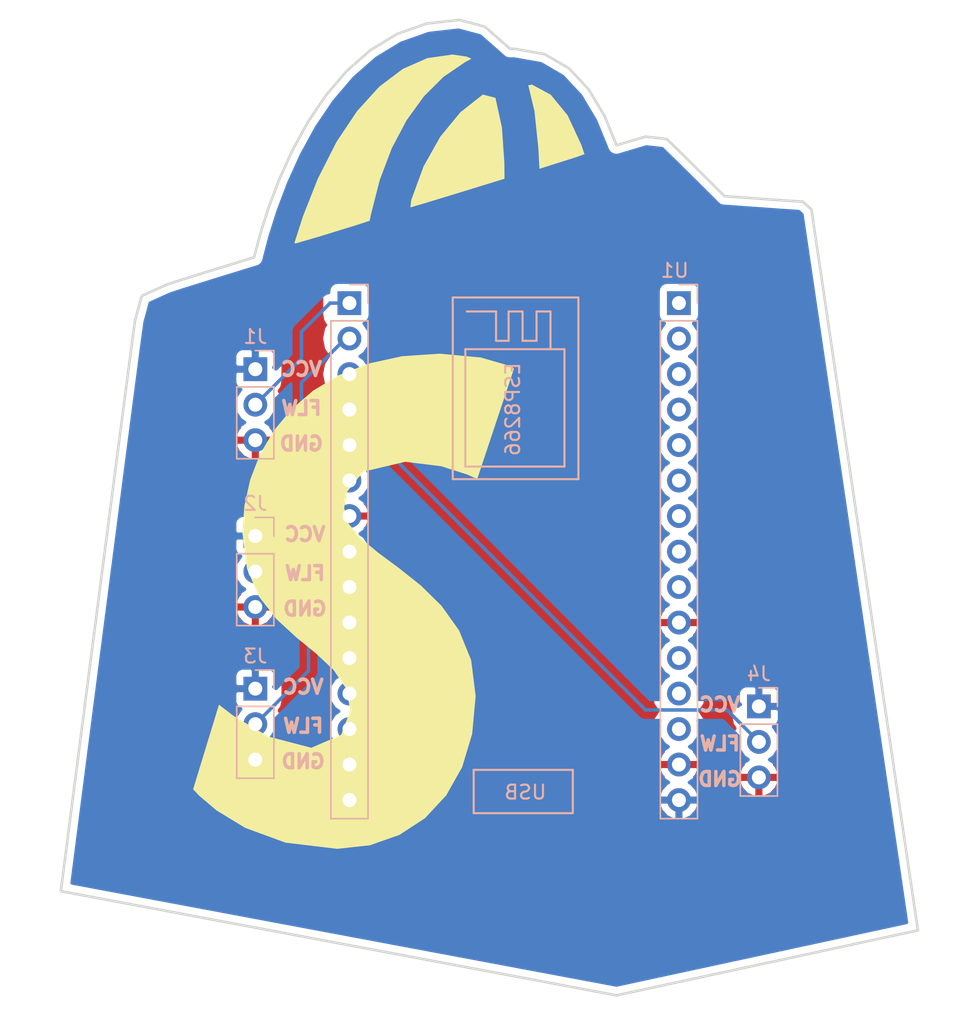
<source format=kicad_pcb>
(kicad_pcb (version 20171130) (host pcbnew "(5.0.0-3-g5ebb6b6)")

  (general
    (thickness 1.6)
    (drawings 12)
    (tracks 15)
    (zones 0)
    (modules 6)
    (nets 28)
  )

  (page A4)
  (layers
    (0 F.Cu signal)
    (31 B.Cu signal)
    (32 B.Adhes user)
    (33 F.Adhes user)
    (34 B.Paste user)
    (35 F.Paste user)
    (36 B.SilkS user)
    (37 F.SilkS user)
    (38 B.Mask user)
    (39 F.Mask user)
    (40 Dwgs.User user)
    (41 Cmts.User user)
    (42 Eco1.User user)
    (43 Eco2.User user)
    (44 Edge.Cuts user)
    (45 Margin user)
    (46 B.CrtYd user)
    (47 F.CrtYd user)
    (48 B.Fab user)
    (49 F.Fab user)
  )

  (setup
    (last_trace_width 0.25)
    (trace_clearance 0.2)
    (zone_clearance 1)
    (zone_45_only no)
    (trace_min 0.2)
    (segment_width 0.2)
    (edge_width 0.1)
    (via_size 0.8)
    (via_drill 0.4)
    (via_min_size 0.4)
    (via_min_drill 0.3)
    (uvia_size 0.3)
    (uvia_drill 0.1)
    (uvias_allowed no)
    (uvia_min_size 0.2)
    (uvia_min_drill 0.1)
    (pcb_text_width 0.3)
    (pcb_text_size 1.5 1.5)
    (mod_edge_width 0.15)
    (mod_text_size 1 1)
    (mod_text_width 0.15)
    (pad_size 1.5 1.5)
    (pad_drill 0.6)
    (pad_to_mask_clearance 0)
    (aux_axis_origin 0 0)
    (visible_elements FFFFFF7F)
    (pcbplotparams
      (layerselection 0x010fc_ffffffff)
      (usegerberextensions true)
      (usegerberattributes false)
      (usegerberadvancedattributes false)
      (creategerberjobfile false)
      (excludeedgelayer true)
      (linewidth 0.100000)
      (plotframeref false)
      (viasonmask false)
      (mode 1)
      (useauxorigin false)
      (hpglpennumber 1)
      (hpglpenspeed 20)
      (hpglpendiameter 15.000000)
      (psnegative false)
      (psa4output false)
      (plotreference true)
      (plotvalue true)
      (plotinvisibletext false)
      (padsonsilk false)
      (subtractmaskfromsilk true)
      (outputformat 1)
      (mirror false)
      (drillshape 0)
      (scaleselection 1)
      (outputdirectory "/Users/wes/src/shopify/pcb/PCB/gerbers/"))
  )

  (net 0 "")
  (net 1 GND)
  (net 2 /FLOW1)
  (net 3 VCC)
  (net 4 /FLOW4)
  (net 5 /FLOW2)
  (net 6 /FLOW3)
  (net 7 "Net-(U1-Pad13)")
  (net 8 "Net-(U1-Pad12)")
  (net 9 "Net-(U1-Pad11)")
  (net 10 "Net-(U1-Pad9)")
  (net 11 "Net-(U1-Pad8)")
  (net 12 "Net-(U1-Pad7)")
  (net 13 "Net-(U1-Pad6)")
  (net 14 "Net-(U1-Pad5)")
  (net 15 "Net-(U1-Pad4)")
  (net 16 "Net-(U1-Pad3)")
  (net 17 "Net-(U1-Pad1)")
  (net 18 "Net-(U1-Pad28)")
  (net 19 "Net-(U1-Pad27)")
  (net 20 "Net-(U1-Pad26)")
  (net 21 "Net-(U1-Pad25)")
  (net 22 "Net-(U1-Pad20)")
  (net 23 "Net-(U1-Pad30)")
  (net 24 "Net-(U1-Pad24)")
  (net 25 "Net-(U1-Pad23)")
  (net 26 "Net-(U1-Pad21)")
  (net 27 "Net-(U1-Pad2)")

  (net_class Default "This is the default net class."
    (clearance 0.2)
    (trace_width 0.25)
    (via_dia 0.8)
    (via_drill 0.4)
    (uvia_dia 0.3)
    (uvia_drill 0.1)
    (add_net /FLOW1)
    (add_net /FLOW2)
    (add_net /FLOW3)
    (add_net /FLOW4)
    (add_net GND)
    (add_net "Net-(U1-Pad1)")
    (add_net "Net-(U1-Pad11)")
    (add_net "Net-(U1-Pad12)")
    (add_net "Net-(U1-Pad13)")
    (add_net "Net-(U1-Pad2)")
    (add_net "Net-(U1-Pad20)")
    (add_net "Net-(U1-Pad21)")
    (add_net "Net-(U1-Pad23)")
    (add_net "Net-(U1-Pad24)")
    (add_net "Net-(U1-Pad25)")
    (add_net "Net-(U1-Pad26)")
    (add_net "Net-(U1-Pad27)")
    (add_net "Net-(U1-Pad28)")
    (add_net "Net-(U1-Pad3)")
    (add_net "Net-(U1-Pad30)")
    (add_net "Net-(U1-Pad4)")
    (add_net "Net-(U1-Pad5)")
    (add_net "Net-(U1-Pad6)")
    (add_net "Net-(U1-Pad7)")
    (add_net "Net-(U1-Pad8)")
    (add_net "Net-(U1-Pad9)")
    (add_net VCC)
  )

  (module footprints:outline (layer F.Cu) (tedit 5B905EDF) (tstamp 5B889704)
    (at 73.66 118.872)
    (descr "Imported from logo as layers.svg")
    (tags svg2mod)
    (attr smd)
    (fp_text reference svg2mod (at 0 -30.469179) (layer F.SilkS) hide
      (effects (font (size 1.524 1.524) (thickness 0.3048)))
    )
    (fp_text value G*** (at 0 30.469179) (layer F.SilkS) hide
      (effects (font (size 1.524 1.524) (thickness 0.3048)))
    )
    (fp_line (start 23.1331 -20.905183) (end 23.070231 -21.332255) (layer Edge.Cuts) (width 0.186235))
    (fp_line (start 23.297346 -19.792689) (end 23.1331 -20.905183) (layer Edge.Cuts) (width 0.186235))
    (fp_line (start 23.551658 -18.071259) (end 23.297346 -19.792689) (layer Edge.Cuts) (width 0.186235))
    (fp_line (start 23.884726 -15.817377) (end 23.551658 -18.071259) (layer Edge.Cuts) (width 0.186235))
    (fp_line (start 24.285239 -13.107529) (end 23.884726 -15.817377) (layer Edge.Cuts) (width 0.186235))
    (fp_line (start 24.741885 -10.0182) (end 24.285239 -13.107529) (layer Edge.Cuts) (width 0.186235))
    (fp_line (start 25.243355 -6.625874) (end 24.741885 -10.0182) (layer Edge.Cuts) (width 0.186235))
    (fp_line (start 25.778336 -3.007036) (end 25.243355 -6.625874) (layer Edge.Cuts) (width 0.186235))
    (fp_line (start 26.335519 0.761828) (end 25.778336 -3.007036) (layer Edge.Cuts) (width 0.186235))
    (fp_line (start 26.903592 4.604234) (end 26.335519 0.761828) (layer Edge.Cuts) (width 0.186235))
    (fp_line (start 27.471244 8.443696) (end 26.903592 4.604234) (layer Edge.Cuts) (width 0.186235))
    (fp_line (start 28.027165 12.20373) (end 27.471244 8.443696) (layer Edge.Cuts) (width 0.186235))
    (fp_line (start 28.560044 15.807851) (end 28.027165 12.20373) (layer Edge.Cuts) (width 0.186235))
    (fp_line (start 29.05857 19.179573) (end 28.560044 15.807851) (layer Edge.Cuts) (width 0.186235))
    (fp_line (start 29.511432 22.242412) (end 29.05857 19.179573) (layer Edge.Cuts) (width 0.186235))
    (fp_line (start 29.907319 24.919884) (end 29.511432 22.242412) (layer Edge.Cuts) (width 0.186235))
    (fp_line (start 30.23492 27.135502) (end 29.907319 24.919884) (layer Edge.Cuts) (width 0.186235))
    (fp_line (start 30.482925 28.812782) (end 30.23492 27.135502) (layer Edge.Cuts) (width 0.186235))
    (fp_line (start 30.640023 29.875239) (end 30.482925 28.812782) (layer Edge.Cuts) (width 0.186235))
    (fp_line (start 30.694902 30.246388) (end 30.640023 29.875239) (layer Edge.Cuts) (width 0.186235))
    (fp_line (start 9.11036 34.899681) (end 30.694902 30.246388) (layer Edge.Cuts) (width 0.186235))
    (fp_line (start -30.694902 27.443201) (end 9.11036 34.899681) (layer Edge.Cuts) (width 0.186235))
    (fp_line (start -30.637552 26.998989) (end -30.694902 27.443201) (layer Edge.Cuts) (width 0.186235))
    (fp_line (start -30.475246 25.742236) (end -30.637552 26.998989) (layer Edge.Cuts) (width 0.186235))
    (fp_line (start -30.222604 23.786766) (end -30.475246 25.742236) (layer Edge.Cuts) (width 0.186235))
    (fp_line (start -29.894242 21.246405) (end -30.222604 23.786766) (layer Edge.Cuts) (width 0.186235))
    (fp_line (start -29.504779 18.234977) (end -29.894242 21.246405) (layer Edge.Cuts) (width 0.186235))
    (fp_line (start -29.068835 14.866307) (end -29.504779 18.234977) (layer Edge.Cuts) (width 0.186235))
    (fp_line (start -28.601025 11.25422) (end -29.068835 14.866307) (layer Edge.Cuts) (width 0.186235))
    (fp_line (start -28.11597 7.51254) (end -28.601025 11.25422) (layer Edge.Cuts) (width 0.186235))
    (fp_line (start -27.628286 3.755092) (end -28.11597 7.51254) (layer Edge.Cuts) (width 0.186235))
    (fp_line (start -27.152593 0.095701) (end -27.628286 3.755092) (layer Edge.Cuts) (width 0.186235))
    (fp_line (start -26.703508 -3.351808) (end -27.152593 0.095701) (layer Edge.Cuts) (width 0.186235))
    (fp_line (start -26.29565 -6.473612) (end -26.703508 -3.351808) (layer Edge.Cuts) (width 0.186235))
    (fp_line (start -25.943636 -9.155884) (end -26.29565 -6.473612) (layer Edge.Cuts) (width 0.186235))
    (fp_line (start -25.662086 -11.2848) (end -25.943636 -9.155884) (layer Edge.Cuts) (width 0.186235))
    (fp_line (start -25.465616 -12.746537) (end -25.662086 -11.2848) (layer Edge.Cuts) (width 0.186235))
    (fp_line (start -25.368846 -13.427268) (end -25.465616 -12.746537) (layer Edge.Cuts) (width 0.186235))
    (fp_line (start -24.899312 -15.151228) (end -25.368846 -13.427268) (layer Edge.Cuts) (width 0.186235))
    (fp_line (start -23.126296 -15.950136) (end -24.899312 -15.151228) (layer Edge.Cuts) (width 0.186235))
    (fp_line (start -22.146219 -16.271984) (end -23.126296 -15.950136) (layer Edge.Cuts) (width 0.186235))
    (fp_line (start -19.957656 -16.955131) (end -22.146219 -16.271984) (layer Edge.Cuts) (width 0.186235))
    (fp_line (start -16.847156 -17.912367) (end -19.957656 -16.955131) (layer Edge.Cuts) (width 0.186235))
    (fp_line (start -16.405217 -19.596933) (end -16.847156 -17.912367) (layer Edge.Cuts) (width 0.186235))
    (fp_line (start -15.808103 -21.480902) (end -16.405217 -19.596933) (layer Edge.Cuts) (width 0.186235))
    (fp_line (start -15.047978 -23.488456) (end -15.808103 -21.480902) (layer Edge.Cuts) (width 0.186235))
    (fp_line (start -14.117008 -25.543775) (end -15.047978 -23.488456) (layer Edge.Cuts) (width 0.186235))
    (fp_line (start -13.007358 -27.571042) (end -14.117008 -25.543775) (layer Edge.Cuts) (width 0.186235))
    (fp_line (start -11.711195 -29.494437) (end -13.007358 -27.571042) (layer Edge.Cuts) (width 0.186235))
    (fp_line (start -10.220682 -31.238141) (end -11.711195 -29.494437) (layer Edge.Cuts) (width 0.186235))
    (fp_line (start -8.527986 -32.726337) (end -10.220682 -31.238141) (layer Edge.Cuts) (width 0.186235))
    (fp_line (start -6.625273 -33.883204) (end -8.527986 -32.726337) (layer Edge.Cuts) (width 0.186235))
    (fp_line (start -4.504706 -34.632925) (end -6.625273 -33.883204) (layer Edge.Cuts) (width 0.186235))
    (fp_line (start -2.158453 -34.899681) (end -4.504706 -34.632925) (layer Edge.Cuts) (width 0.186235))
    (fp_line (start -0.315358 -34.409123) (end -2.158453 -34.899681) (layer Edge.Cuts) (width 0.186235))
    (fp_line (start 1.485688 -32.825322) (end -0.315358 -34.409123) (layer Edge.Cuts) (width 0.186235))
    (fp_line (start 1.822069 -32.825322) (end 1.485688 -32.825322) (layer Edge.Cuts) (width 0.186235))
    (fp_line (start 3.947111 -32.45261) (end 1.822069 -32.825322) (layer Edge.Cuts) (width 0.186235))
    (fp_line (start 5.703477 -31.431353) (end 3.947111 -32.45261) (layer Edge.Cuts) (width 0.186235))
    (fp_line (start 7.126151 -29.906868) (end 5.703477 -31.431353) (layer Edge.Cuts) (width 0.186235))
    (fp_line (start 8.250117 -28.024472) (end 7.126151 -29.906868) (layer Edge.Cuts) (width 0.186235))
    (fp_line (start 9.11036 -25.929482) (end 8.250117 -28.024472) (layer Edge.Cuts) (width 0.186235))
    (fp_line (start 11.184716 -26.546183) (end 9.11036 -25.929482) (layer Edge.Cuts) (width 0.186235))
    (fp_line (start 12.69844 -26.377992) (end 11.184716 -26.546183) (layer Edge.Cuts) (width 0.186235))
    (fp_line (start 13.973369 -25.142513) (end 12.69844 -26.377992) (layer Edge.Cuts) (width 0.186235))
    (fp_line (start 15.87123 -23.259187) (end 13.973369 -25.142513) (layer Edge.Cuts) (width 0.186235))
    (fp_line (start 16.847155 -22.285339) (end 15.87123 -23.259187) (layer Edge.Cuts) (width 0.186235))
    (fp_line (start 18.238366 -22.183594) (end 16.847155 -22.285339) (layer Edge.Cuts) (width 0.186235))
    (fp_line (start 20.875438 -21.994638) (end 18.238366 -22.183594) (layer Edge.Cuts) (width 0.186235))
    (fp_line (start 22.453528 -21.892893) (end 20.875438 -21.994638) (layer Edge.Cuts) (width 0.186235))
    (fp_line (start 23.070231 -21.332255) (end 22.453528 -21.892893) (layer Edge.Cuts) (width 0.186235))
    (fp_poly (pts (xy 22.453528 -21.892893) (xy 20.875438 -21.994638) (xy 18.238366 -22.183594) (xy 16.847155 -22.285339)
      (xy 15.87123 -23.259187) (xy 13.973369 -25.142513) (xy 12.69844 -26.377992) (xy 12.1378 -26.658312)
      (xy 9.11036 34.899681) (xy 30.694902 30.246388) (xy 30.640023 29.875246) (xy 30.482925 28.812838)
      (xy 30.23492 27.135691) (xy 29.907319 24.920332) (xy 29.511431 22.243288) (xy 29.058569 19.181087)
      (xy 28.560043 15.810254) (xy 28.027164 12.207318) (xy 27.471243 8.448805) (xy 26.90359 4.611241)
      (xy 26.335517 0.771155) (xy 25.778335 -2.994926) (xy 25.243353 -6.610477) (xy 24.741884 -9.99897)
      (xy 24.285238 -13.083877) (xy 23.884725 -15.788672) (xy 23.551658 -18.036829) (xy 23.297345 -19.751818)
      (xy 23.1331 -20.857115) (xy 23.070231 -21.276192) (xy 22.453528 -21.892893)) (layer F.Mask) (width 0))
    (fp_poly (pts (xy 3.499812 -25.800112) (xy 3.228928 -28.373232) (xy 2.785124 -30.21722) (xy 3.054142 -30.268871)
      (xy 4.394391 -29.547447) (xy 5.602158 -28.07602) (xy 6.585639 -25.966435) (xy 6.815167 -25.286964)
      (xy 6.205162 -25.071988) (xy 4.591322 -24.562569) (xy 3.587488 -24.241522) (xy 3.499812 -25.800112)) (layer F.SilkS) (width 0))
    (fp_poly (pts (xy -5.593388 -22.016536) (xy -4.715197 -24.410804) (xy -3.522237 -26.53334) (xy -2.083487 -28.282663)
      (xy -0.467923 -29.55729) (xy 0.437823 -29.318111) (xy 0.903033 -27.183213) (xy 1.075563 -24.668772)
      (xy 1.084819 -23.531333) (xy -2.242481 -22.508199) (xy -4.617863 -21.784936) (xy -5.656509 -21.482769)
      (xy -5.593385 -22.016536) (xy -5.593388 -22.016536)) (layer F.SilkS) (width 0))
    (fp_poly (pts (xy -13.96155 -18.948027) (xy -13.357802 -20.829164) (xy -12.29522 -23.518451) (xy -10.951538 -26.167813)
      (xy -9.475272 -28.374923) (xy -7.885892 -30.121838) (xy -6.20287 -31.390613) (xy -4.445677 -32.163304)
      (xy -2.633786 -32.421967) (xy -1.614831 -32.269802) (xy -1.282939 -32.11926) (xy -1.725741 -31.881452)
      (xy -3.281725 -30.826593) (xy -4.690421 -29.425477) (xy -5.933668 -27.707464) (xy -6.993307 -25.701918)
      (xy -7.85118 -23.4382) (xy -8.489127 -20.945672) (xy -8.574313 -20.521782) (xy -9.608084 -20.188906)
      (xy -12.158234 -19.403027) (xy -13.912134 -18.892572) (xy -13.961549 -18.948024) (xy -13.96155 -18.948027)) (layer F.SilkS) (width 0))
    (fp_poly (pts (xy 1.766007 -9.951315) (xy -0.868989 -2.046327) (xy -1.583283 -2.366098) (xy -3.443769 -2.959958)
      (xy -6.026854 -3.279729) (xy -9.029379 -2.571665) (xy -10.200488 -1.128543) (xy -10.399826 0.028031)
      (xy -10.076825 1.155766) (xy -9.211182 2.197675) (xy -7.957939 3.229894) (xy -6.472134 4.328559)
      (xy -4.908809 5.569805) (xy -3.423004 7.02977) (xy -2.169761 8.784588) (xy -1.304118 10.910396)
      (xy -0.981117 13.483329) (xy -1.230707 16.18959) (xy -1.948094 18.568294) (xy -3.086204 20.587079)
      (xy -4.597964 22.213582) (xy -6.436299 23.415438) (xy -8.554136 24.160285) (xy -10.9044 24.415759)
      (xy -14.60371 23.972631) (xy -17.49032 22.915942) (xy -19.558848 21.654732) (xy -20.803912 20.598042)
      (xy -21.220129 20.154915) (xy -19.370026 14.100031) (xy -18.327655 14.899458) (xy -15.815169 16.384109)
      (xy -12.754504 17.183536) (xy -10.617073 16.258485) (xy -9.951316 14.492477) (xy -10.283757 12.913275)
      (xy -11.160191 11.613954) (xy -12.399287 10.453916) (xy -13.819715 9.292565) (xy -15.240142 7.989302)
      (xy -16.479239 6.40353) (xy -17.355673 4.394652) (xy -17.688113 1.822071) (xy -17.548346 -0.117734)
      (xy -17.128373 -2.010446) (xy -16.427183 -3.819063) (xy -15.443769 -5.506581) (xy -14.177121 -7.036)
      (xy -12.62623 -8.370317) (xy -10.790086 -9.47253) (xy -8.667681 -10.305638) (xy -6.258005 -10.832637)
      (xy -3.560049 -11.016526) (xy -0.609435 -10.74036) (xy 1.17007 -10.227481) (xy 1.766007 -9.951315)) (layer F.SilkS) (width 0))
  )

  (module footprints:esp8266 (layer B.Cu) (tedit 5B9049F2) (tstamp 5B88AC4B)
    (at 75.438 122.936 180)
    (descr "Through hole straight pin header, 1x15, 2.54mm pitch, single row")
    (tags "Through hole pin header THT 1x15 2.54mm single row")
    (path /5B7D9D6C)
    (fp_text reference U1 (at -11.5 21.03 180) (layer B.SilkS)
      (effects (font (size 1 1) (thickness 0.15)) (justify mirror))
    )
    (fp_text value ESP8266 (at -2 -22.2 180) (layer B.Fab) hide
      (effects (font (size 1 1) (thickness 0.15)) (justify mirror))
    )
    (fp_text user ESP8266 (at 0.1 11.1 90) (layer B.SilkS)
      (effects (font (size 1 1) (thickness 0.15)) (justify mirror))
    )
    (fp_line (start 3.5 15.4) (end -2.6 15.4) (layer B.SilkS) (width 0.15))
    (fp_line (start 3.5 15.3) (end 3.5 15.4) (layer B.SilkS) (width 0.15))
    (fp_line (start 3.5 7) (end 3.5 15.3) (layer B.SilkS) (width 0.15))
    (fp_line (start -3.6 7) (end 3.5 7) (layer B.SilkS) (width 0.15))
    (fp_line (start -3.6 8.5) (end -3.6 7) (layer B.SilkS) (width 0.15))
    (fp_line (start -3.6 15.4) (end -3.6 8.5) (layer B.SilkS) (width 0.15))
    (fp_line (start -2.6 15.4) (end -3.6 15.4) (layer B.SilkS) (width 0.15))
    (fp_line (start -2.6 18.1) (end -2.6 15.4) (layer B.SilkS) (width 0.15))
    (fp_line (start -1.6 18.1) (end -2.6 18.1) (layer B.SilkS) (width 0.15))
    (fp_line (start -1.6 16) (end -1.6 18.1) (layer B.SilkS) (width 0.15))
    (fp_line (start -0.6 16) (end -1.6 16) (layer B.SilkS) (width 0.15))
    (fp_line (start -0.6 18.1) (end -0.6 16) (layer B.SilkS) (width 0.15))
    (fp_line (start 0.4 18.1) (end -0.6 18.1) (layer B.SilkS) (width 0.15))
    (fp_line (start 0.4 16) (end 0.4 18.1) (layer B.SilkS) (width 0.15))
    (fp_line (start 1.3 16) (end 0.4 16) (layer B.SilkS) (width 0.15))
    (fp_line (start 1.3 18.1) (end 1.3 16) (layer B.SilkS) (width 0.15))
    (fp_line (start 3.4 18.1) (end 1.3 18.1) (layer B.SilkS) (width 0.15))
    (fp_line (start 4.4 19.1) (end -4.6 19.1) (layer B.SilkS) (width 0.15))
    (fp_line (start 4.4 6.1) (end 4.4 19.1) (layer B.SilkS) (width 0.15))
    (fp_line (start -4.6 6.1) (end 4.4 6.1) (layer B.SilkS) (width 0.15))
    (fp_line (start -4.6 10) (end -4.6 6.1) (layer B.SilkS) (width 0.15))
    (fp_line (start -4.6 19) (end -4.6 10) (layer B.SilkS) (width 0.15))
    (fp_line (start -4.2 -14.7) (end -4.2 -17.8) (layer B.SilkS) (width 0.15))
    (fp_line (start 2.9 -14.7) (end -4.2 -14.7) (layer B.SilkS) (width 0.15))
    (fp_line (start 2.9 -17.8) (end 2.9 -14.7) (layer B.SilkS) (width 0.15))
    (fp_line (start -4.1 -17.8) (end 2.9 -17.8) (layer B.SilkS) (width 0.15))
    (fp_text user USB (at -0.8 -16.3 180) (layer B.SilkS)
      (effects (font (size 1 1) (thickness 0.15)) (justify mirror))
    )
    (fp_line (start 13.07 19.97) (end 13.07 -18.13) (layer B.Fab) (width 0.1))
    (fp_line (start 13.07 -18.13) (end 10.53 -18.13) (layer B.Fab) (width 0.1))
    (fp_line (start 10.53 -18.13) (end 10.53 19.335) (layer B.Fab) (width 0.1))
    (fp_line (start 10.53 19.335) (end 11.165 19.97) (layer B.Fab) (width 0.1))
    (fp_line (start 10.47 -18.19) (end 13.13 -18.19) (layer B.SilkS) (width 0.12))
    (fp_line (start 10.47 20.03) (end 11.8 20.03) (layer B.SilkS) (width 0.12))
    (fp_line (start 10 20.5) (end 10 -18.65) (layer B.CrtYd) (width 0.05))
    (fp_line (start 10 -18.65) (end 13.6 -18.65) (layer B.CrtYd) (width 0.05))
    (fp_line (start 13.6 -18.65) (end 13.6 20.5) (layer B.CrtYd) (width 0.05))
    (fp_line (start 13.6 20.5) (end 10 20.5) (layer B.CrtYd) (width 0.05))
    (fp_line (start 10.47 17.43) (end 10.47 -18.19) (layer B.SilkS) (width 0.12))
    (fp_line (start 13.13 17.43) (end 13.13 -18.19) (layer B.SilkS) (width 0.12))
    (fp_line (start 10.47 17.43) (end 13.13 17.43) (layer B.SilkS) (width 0.12))
    (fp_line (start 10.47 18.7) (end 10.47 20.03) (layer B.SilkS) (width 0.12))
    (fp_line (start 11.165 19.97) (end 13.07 19.97) (layer B.Fab) (width 0.1))
    (fp_line (start -12.435 19.97) (end -10.53 19.97) (layer B.Fab) (width 0.1))
    (fp_line (start -10.53 19.97) (end -10.53 -18.13) (layer B.Fab) (width 0.1))
    (fp_line (start -10.53 -18.13) (end -13.07 -18.13) (layer B.Fab) (width 0.1))
    (fp_line (start -13.07 -18.13) (end -13.07 19.335) (layer B.Fab) (width 0.1))
    (fp_line (start -13.07 19.335) (end -12.435 19.97) (layer B.Fab) (width 0.1))
    (fp_line (start -13.13 -18.19) (end -10.47 -18.19) (layer B.SilkS) (width 0.12))
    (fp_line (start -13.13 17.43) (end -13.13 -18.19) (layer B.SilkS) (width 0.12))
    (fp_line (start -10.47 17.43) (end -10.47 -18.19) (layer B.SilkS) (width 0.12))
    (fp_line (start -13.13 17.43) (end -10.47 17.43) (layer B.SilkS) (width 0.12))
    (fp_line (start -13.13 18.7) (end -13.13 20.03) (layer B.SilkS) (width 0.12))
    (fp_line (start -13.13 20.03) (end -11.8 20.03) (layer B.SilkS) (width 0.12))
    (fp_line (start -13.6 20.5) (end -13.6 -18.65) (layer B.CrtYd) (width 0.05))
    (fp_line (start -13.6 -18.65) (end -10 -18.65) (layer B.CrtYd) (width 0.05))
    (fp_line (start -10 -18.65) (end -10 20.5) (layer B.CrtYd) (width 0.05))
    (fp_line (start -10 20.5) (end -13.6 20.5) (layer B.CrtYd) (width 0.05))
    (fp_text user %R (at -11.8 0.92 90) (layer B.Fab)
      (effects (font (size 1 1) (thickness 0.15)) (justify mirror))
    )
    (pad 21 thru_hole oval (at 11.8 6 180) (size 1.7 1.7) (drill 1) (layers *.Cu *.Mask)
      (net 26 "Net-(U1-Pad21)"))
    (pad 22 thru_hole oval (at 11.8 3.46 180) (size 1.7 1.7) (drill 1) (layers *.Cu *.Mask)
      (net 1 GND))
    (pad 23 thru_hole oval (at 11.8 0.92 180) (size 1.7 1.7) (drill 1) (layers *.Cu *.Mask)
      (net 25 "Net-(U1-Pad23)"))
    (pad 24 thru_hole oval (at 11.8 -1.62 180) (size 1.7 1.7) (drill 1) (layers *.Cu *.Mask)
      (net 24 "Net-(U1-Pad24)"))
    (pad 30 thru_hole oval (at 11.8 -16.86 180) (size 1.7 1.7) (drill 1) (layers *.Cu *.Mask)
      (net 23 "Net-(U1-Pad30)"))
    (pad 19 thru_hole oval (at 11.8 11.08 180) (size 1.7 1.7) (drill 1) (layers *.Cu *.Mask)
      (net 4 /FLOW4))
    (pad 20 thru_hole oval (at 11.8 8.54 180) (size 1.7 1.7) (drill 1) (layers *.Cu *.Mask)
      (net 22 "Net-(U1-Pad20)"))
    (pad 16 thru_hole rect (at 11.8 18.7 180) (size 1.7 1.7) (drill 1) (layers *.Cu *.Mask)
      (net 2 /FLOW1))
    (pad 17 thru_hole oval (at 11.8 16.16 180) (size 1.7 1.7) (drill 1) (layers *.Cu *.Mask)
      (net 5 /FLOW2))
    (pad 18 thru_hole oval (at 11.8 13.62 180) (size 1.7 1.7) (drill 1) (layers *.Cu *.Mask)
      (net 6 /FLOW3))
    (pad 25 thru_hole oval (at 11.8 -4.16 180) (size 1.7 1.7) (drill 1) (layers *.Cu *.Mask)
      (net 21 "Net-(U1-Pad25)"))
    (pad 26 thru_hole oval (at 11.8 -6.7 180) (size 1.7 1.7) (drill 1) (layers *.Cu *.Mask)
      (net 20 "Net-(U1-Pad26)"))
    (pad 27 thru_hole oval (at 11.8 -9.24 180) (size 1.7 1.7) (drill 1) (layers *.Cu *.Mask)
      (net 19 "Net-(U1-Pad27)"))
    (pad 28 thru_hole oval (at 11.8 -11.78 180) (size 1.7 1.7) (drill 1) (layers *.Cu *.Mask)
      (net 18 "Net-(U1-Pad28)"))
    (pad 29 thru_hole oval (at 11.8 -14.32 180) (size 1.7 1.7) (drill 1) (layers *.Cu *.Mask)
      (net 1 GND))
    (pad 1 thru_hole rect (at -11.8 18.7 180) (size 1.7 1.7) (drill 1) (layers *.Cu *.Mask)
      (net 17 "Net-(U1-Pad1)"))
    (pad 2 thru_hole oval (at -11.8 16.16 180) (size 1.7 1.7) (drill 1) (layers *.Cu *.Mask)
      (net 27 "Net-(U1-Pad2)"))
    (pad 3 thru_hole oval (at -11.8 13.62 180) (size 1.7 1.7) (drill 1) (layers *.Cu *.Mask)
      (net 16 "Net-(U1-Pad3)"))
    (pad 4 thru_hole oval (at -11.8 11.08 180) (size 1.7 1.7) (drill 1) (layers *.Cu *.Mask)
      (net 15 "Net-(U1-Pad4)"))
    (pad 5 thru_hole oval (at -11.8 8.54 180) (size 1.7 1.7) (drill 1) (layers *.Cu *.Mask)
      (net 14 "Net-(U1-Pad5)"))
    (pad 6 thru_hole oval (at -11.8 6 180) (size 1.7 1.7) (drill 1) (layers *.Cu *.Mask)
      (net 13 "Net-(U1-Pad6)"))
    (pad 7 thru_hole oval (at -11.8 3.46 180) (size 1.7 1.7) (drill 1) (layers *.Cu *.Mask)
      (net 12 "Net-(U1-Pad7)"))
    (pad 8 thru_hole oval (at -11.8 0.92 180) (size 1.7 1.7) (drill 1) (layers *.Cu *.Mask)
      (net 11 "Net-(U1-Pad8)"))
    (pad 9 thru_hole oval (at -11.8 -1.62 180) (size 1.7 1.7) (drill 1) (layers *.Cu *.Mask)
      (net 10 "Net-(U1-Pad9)"))
    (pad 10 thru_hole oval (at -11.8 -4.16 180) (size 1.7 1.7) (drill 1) (layers *.Cu *.Mask)
      (net 1 GND))
    (pad 11 thru_hole oval (at -11.8 -6.7 180) (size 1.7 1.7) (drill 1) (layers *.Cu *.Mask)
      (net 9 "Net-(U1-Pad11)"))
    (pad 12 thru_hole oval (at -11.8 -9.24 180) (size 1.7 1.7) (drill 1) (layers *.Cu *.Mask)
      (net 8 "Net-(U1-Pad12)"))
    (pad 13 thru_hole oval (at -11.8 -11.78 180) (size 1.7 1.7) (drill 1) (layers *.Cu *.Mask)
      (net 7 "Net-(U1-Pad13)"))
    (pad 14 thru_hole oval (at -11.8 -14.32 180) (size 1.7 1.7) (drill 1) (layers *.Cu *.Mask)
      (net 1 GND))
    (pad 15 thru_hole oval (at -11.8 -16.86 180) (size 1.7 1.7) (drill 1) (layers *.Cu *.Mask)
      (net 3 VCC))
    (model ${KISYS3DMOD}/Pin_Headers.3dshapes/Pin_Header_Straight_1x15_Pitch2.54mm.wrl
      (at (xyz 0 0 0))
      (scale (xyz 1 1 1))
      (rotate (xyz 0 0 0))
    )
  )

  (module Pin_Headers:Pin_Header_Straight_1x03_Pitch2.54mm (layer B.Cu) (tedit 5B871099) (tstamp 5B86D3FD)
    (at 56.896 108.966 180)
    (descr "Through hole straight pin header, 1x03, 2.54mm pitch, single row")
    (tags "Through hole pin header THT 1x03 2.54mm single row")
    (path /5B7C4678)
    (fp_text reference J1 (at 0 2.33 180) (layer B.SilkS)
      (effects (font (size 1 1) (thickness 0.15)) (justify mirror))
    )
    (fp_text value Conn_01x03_Female (at 0 -7.41 180) (layer B.Fab) hide
      (effects (font (size 1 1) (thickness 0.15)) (justify mirror))
    )
    (fp_text user %R (at 0 -2.54 90) (layer B.Fab)
      (effects (font (size 1 1) (thickness 0.15)) (justify mirror))
    )
    (fp_line (start 1.8 1.8) (end -1.8 1.8) (layer B.CrtYd) (width 0.05))
    (fp_line (start 1.8 -6.85) (end 1.8 1.8) (layer B.CrtYd) (width 0.05))
    (fp_line (start -1.8 -6.85) (end 1.8 -6.85) (layer B.CrtYd) (width 0.05))
    (fp_line (start -1.8 1.8) (end -1.8 -6.85) (layer B.CrtYd) (width 0.05))
    (fp_line (start -1.33 1.33) (end 0 1.33) (layer B.SilkS) (width 0.12))
    (fp_line (start -1.33 0) (end -1.33 1.33) (layer B.SilkS) (width 0.12))
    (fp_line (start -1.33 -1.27) (end 1.33 -1.27) (layer B.SilkS) (width 0.12))
    (fp_line (start 1.33 -1.27) (end 1.33 -6.41) (layer B.SilkS) (width 0.12))
    (fp_line (start -1.33 -1.27) (end -1.33 -6.41) (layer B.SilkS) (width 0.12))
    (fp_line (start -1.33 -6.41) (end 1.33 -6.41) (layer B.SilkS) (width 0.12))
    (fp_line (start -1.27 0.635) (end -0.635 1.27) (layer B.Fab) (width 0.1))
    (fp_line (start -1.27 -6.35) (end -1.27 0.635) (layer B.Fab) (width 0.1))
    (fp_line (start 1.27 -6.35) (end -1.27 -6.35) (layer B.Fab) (width 0.1))
    (fp_line (start 1.27 1.27) (end 1.27 -6.35) (layer B.Fab) (width 0.1))
    (fp_line (start -0.635 1.27) (end 1.27 1.27) (layer B.Fab) (width 0.1))
    (pad 3 thru_hole oval (at 0 -5.08 180) (size 1.7 1.7) (drill 1) (layers *.Cu *.Mask)
      (net 1 GND))
    (pad 2 thru_hole oval (at 0 -2.54 180) (size 1.7 1.7) (drill 1) (layers *.Cu *.Mask)
      (net 2 /FLOW1))
    (pad 1 thru_hole rect (at 0 0 180) (size 1.7 1.7) (drill 1) (layers *.Cu *.Mask)
      (net 3 VCC))
    (model ${KISYS3DMOD}/Pin_Headers.3dshapes/Pin_Header_Straight_1x03_Pitch2.54mm.wrl
      (at (xyz 0 0 0))
      (scale (xyz 1 1 1))
      (rotate (xyz 0 0 0))
    )
  )

  (module Pin_Headers:Pin_Header_Straight_1x03_Pitch2.54mm (layer B.Cu) (tedit 5B871096) (tstamp 5B86D413)
    (at 56.896 120.904 180)
    (descr "Through hole straight pin header, 1x03, 2.54mm pitch, single row")
    (tags "Through hole pin header THT 1x03 2.54mm single row")
    (path /5B7DC785)
    (fp_text reference J2 (at 0 2.33 180) (layer B.SilkS)
      (effects (font (size 1 1) (thickness 0.15)) (justify mirror))
    )
    (fp_text value Conn_01x03_Female (at 0 -7.41 180) (layer B.Fab) hide
      (effects (font (size 1 1) (thickness 0.15)) (justify mirror))
    )
    (fp_text user %R (at 0 -2.54 90) (layer B.Fab)
      (effects (font (size 1 1) (thickness 0.15)) (justify mirror))
    )
    (fp_line (start 1.8 1.8) (end -1.8 1.8) (layer B.CrtYd) (width 0.05))
    (fp_line (start 1.8 -6.85) (end 1.8 1.8) (layer B.CrtYd) (width 0.05))
    (fp_line (start -1.8 -6.85) (end 1.8 -6.85) (layer B.CrtYd) (width 0.05))
    (fp_line (start -1.8 1.8) (end -1.8 -6.85) (layer B.CrtYd) (width 0.05))
    (fp_line (start -1.33 1.33) (end 0 1.33) (layer B.SilkS) (width 0.12))
    (fp_line (start -1.33 0) (end -1.33 1.33) (layer B.SilkS) (width 0.12))
    (fp_line (start -1.33 -1.27) (end 1.33 -1.27) (layer B.SilkS) (width 0.12))
    (fp_line (start 1.33 -1.27) (end 1.33 -6.41) (layer B.SilkS) (width 0.12))
    (fp_line (start -1.33 -1.27) (end -1.33 -6.41) (layer B.SilkS) (width 0.12))
    (fp_line (start -1.33 -6.41) (end 1.33 -6.41) (layer B.SilkS) (width 0.12))
    (fp_line (start -1.27 0.635) (end -0.635 1.27) (layer B.Fab) (width 0.1))
    (fp_line (start -1.27 -6.35) (end -1.27 0.635) (layer B.Fab) (width 0.1))
    (fp_line (start 1.27 -6.35) (end -1.27 -6.35) (layer B.Fab) (width 0.1))
    (fp_line (start 1.27 1.27) (end 1.27 -6.35) (layer B.Fab) (width 0.1))
    (fp_line (start -0.635 1.27) (end 1.27 1.27) (layer B.Fab) (width 0.1))
    (pad 3 thru_hole oval (at 0 -5.08 180) (size 1.7 1.7) (drill 1) (layers *.Cu *.Mask)
      (net 1 GND))
    (pad 2 thru_hole oval (at 0 -2.54 180) (size 1.7 1.7) (drill 1) (layers *.Cu *.Mask)
      (net 5 /FLOW2))
    (pad 1 thru_hole rect (at 0 0 180) (size 1.7 1.7) (drill 1) (layers *.Cu *.Mask)
      (net 3 VCC))
    (model ${KISYS3DMOD}/Pin_Headers.3dshapes/Pin_Header_Straight_1x03_Pitch2.54mm.wrl
      (at (xyz 0 0 0))
      (scale (xyz 1 1 1))
      (rotate (xyz 0 0 0))
    )
  )

  (module Pin_Headers:Pin_Header_Straight_1x03_Pitch2.54mm (layer B.Cu) (tedit 5B871090) (tstamp 5B8717F0)
    (at 56.896 131.826 180)
    (descr "Through hole straight pin header, 1x03, 2.54mm pitch, single row")
    (tags "Through hole pin header THT 1x03 2.54mm single row")
    (path /5B7DC40C)
    (fp_text reference J3 (at 0 2.33 180) (layer B.SilkS)
      (effects (font (size 1 1) (thickness 0.15)) (justify mirror))
    )
    (fp_text value Conn_01x03_Female (at 0 -7.41 180) (layer B.Fab) hide
      (effects (font (size 1 1) (thickness 0.15)) (justify mirror))
    )
    (fp_line (start -0.635 1.27) (end 1.27 1.27) (layer B.Fab) (width 0.1))
    (fp_line (start 1.27 1.27) (end 1.27 -6.35) (layer B.Fab) (width 0.1))
    (fp_line (start 1.27 -6.35) (end -1.27 -6.35) (layer B.Fab) (width 0.1))
    (fp_line (start -1.27 -6.35) (end -1.27 0.635) (layer B.Fab) (width 0.1))
    (fp_line (start -1.27 0.635) (end -0.635 1.27) (layer B.Fab) (width 0.1))
    (fp_line (start -1.33 -6.41) (end 1.33 -6.41) (layer B.SilkS) (width 0.12))
    (fp_line (start -1.33 -1.27) (end -1.33 -6.41) (layer B.SilkS) (width 0.12))
    (fp_line (start 1.33 -1.27) (end 1.33 -6.41) (layer B.SilkS) (width 0.12))
    (fp_line (start -1.33 -1.27) (end 1.33 -1.27) (layer B.SilkS) (width 0.12))
    (fp_line (start -1.33 0) (end -1.33 1.33) (layer B.SilkS) (width 0.12))
    (fp_line (start -1.33 1.33) (end 0 1.33) (layer B.SilkS) (width 0.12))
    (fp_line (start -1.8 1.8) (end -1.8 -6.85) (layer B.CrtYd) (width 0.05))
    (fp_line (start -1.8 -6.85) (end 1.8 -6.85) (layer B.CrtYd) (width 0.05))
    (fp_line (start 1.8 -6.85) (end 1.8 1.8) (layer B.CrtYd) (width 0.05))
    (fp_line (start 1.8 1.8) (end -1.8 1.8) (layer B.CrtYd) (width 0.05))
    (fp_text user %R (at 0 -2.54 90) (layer B.Fab)
      (effects (font (size 1 1) (thickness 0.15)) (justify mirror))
    )
    (pad 1 thru_hole rect (at 0 0 180) (size 1.7 1.7) (drill 1) (layers *.Cu *.Mask)
      (net 3 VCC))
    (pad 2 thru_hole oval (at 0 -2.54 180) (size 1.7 1.7) (drill 1) (layers *.Cu *.Mask)
      (net 6 /FLOW3))
    (pad 3 thru_hole oval (at 0 -5.08 180) (size 1.7 1.7) (drill 1) (layers *.Cu *.Mask)
      (net 1 GND))
    (model ${KISYS3DMOD}/Pin_Headers.3dshapes/Pin_Header_Straight_1x03_Pitch2.54mm.wrl
      (at (xyz 0 0 0))
      (scale (xyz 1 1 1))
      (rotate (xyz 0 0 0))
    )
  )

  (module Pin_Headers:Pin_Header_Straight_1x03_Pitch2.54mm (layer B.Cu) (tedit 5B871093) (tstamp 5B870EB6)
    (at 92.964 133.096 180)
    (descr "Through hole straight pin header, 1x03, 2.54mm pitch, single row")
    (tags "Through hole pin header THT 1x03 2.54mm single row")
    (path /5B7DCBF5)
    (fp_text reference J4 (at 0 2.33 180) (layer B.SilkS)
      (effects (font (size 1 1) (thickness 0.15)) (justify mirror))
    )
    (fp_text value Conn_01x03_Female (at 0 -7.41 180) (layer B.Fab) hide
      (effects (font (size 1 1) (thickness 0.15)) (justify mirror))
    )
    (fp_line (start -0.635 1.27) (end 1.27 1.27) (layer B.Fab) (width 0.1))
    (fp_line (start 1.27 1.27) (end 1.27 -6.35) (layer B.Fab) (width 0.1))
    (fp_line (start 1.27 -6.35) (end -1.27 -6.35) (layer B.Fab) (width 0.1))
    (fp_line (start -1.27 -6.35) (end -1.27 0.635) (layer B.Fab) (width 0.1))
    (fp_line (start -1.27 0.635) (end -0.635 1.27) (layer B.Fab) (width 0.1))
    (fp_line (start -1.33 -6.41) (end 1.33 -6.41) (layer B.SilkS) (width 0.12))
    (fp_line (start -1.33 -1.27) (end -1.33 -6.41) (layer B.SilkS) (width 0.12))
    (fp_line (start 1.33 -1.27) (end 1.33 -6.41) (layer B.SilkS) (width 0.12))
    (fp_line (start -1.33 -1.27) (end 1.33 -1.27) (layer B.SilkS) (width 0.12))
    (fp_line (start -1.33 0) (end -1.33 1.33) (layer B.SilkS) (width 0.12))
    (fp_line (start -1.33 1.33) (end 0 1.33) (layer B.SilkS) (width 0.12))
    (fp_line (start -1.8 1.8) (end -1.8 -6.85) (layer B.CrtYd) (width 0.05))
    (fp_line (start -1.8 -6.85) (end 1.8 -6.85) (layer B.CrtYd) (width 0.05))
    (fp_line (start 1.8 -6.85) (end 1.8 1.8) (layer B.CrtYd) (width 0.05))
    (fp_line (start 1.8 1.8) (end -1.8 1.8) (layer B.CrtYd) (width 0.05))
    (fp_text user %R (at 0 -2.54 90) (layer B.Fab)
      (effects (font (size 1 1) (thickness 0.15)) (justify mirror))
    )
    (pad 1 thru_hole rect (at 0 0 180) (size 1.7 1.7) (drill 1) (layers *.Cu *.Mask)
      (net 3 VCC))
    (pad 2 thru_hole oval (at 0 -2.54 180) (size 1.7 1.7) (drill 1) (layers *.Cu *.Mask)
      (net 4 /FLOW4))
    (pad 3 thru_hole oval (at 0 -5.08 180) (size 1.7 1.7) (drill 1) (layers *.Cu *.Mask)
      (net 1 GND))
    (model ${KISYS3DMOD}/Pin_Headers.3dshapes/Pin_Header_Straight_1x03_Pitch2.54mm.wrl
      (at (xyz 0 0 0))
      (scale (xyz 1 1 1))
      (rotate (xyz 0 0 0))
    )
  )

  (gr_text VCC (at 90.17 132.969) (layer B.SilkS) (tstamp 5B90F6ED)
    (effects (font (size 1 1) (thickness 0.25)) (justify mirror))
  )
  (gr_text GND (at 90.17 138.303) (layer B.SilkS) (tstamp 5B90F6EC)
    (effects (font (size 1 1) (thickness 0.25)) (justify mirror))
  )
  (gr_text FLW (at 90.17 135.763) (layer B.SilkS) (tstamp 5B90F6EB)
    (effects (font (size 1 1) (thickness 0.25)) (justify mirror))
  )
  (gr_text FLW (at 60.325 134.493) (layer B.SilkS) (tstamp 5B90F6E7)
    (effects (font (size 1 1) (thickness 0.25)) (justify mirror))
  )
  (gr_text GND (at 60.325 137.033) (layer B.SilkS) (tstamp 5B90F6E6)
    (effects (font (size 1 1) (thickness 0.25)) (justify mirror))
  )
  (gr_text VCC (at 60.325 131.699) (layer B.SilkS) (tstamp 5B90F6E5)
    (effects (font (size 1 1) (thickness 0.25)) (justify mirror))
  )
  (gr_text FLW (at 60.452 123.571) (layer B.SilkS) (tstamp 5B90F6E1)
    (effects (font (size 1 1) (thickness 0.25)) (justify mirror))
  )
  (gr_text GND (at 60.452 126.111) (layer B.SilkS) (tstamp 5B90F6E0)
    (effects (font (size 1 1) (thickness 0.25)) (justify mirror))
  )
  (gr_text VCC (at 60.452 120.777) (layer B.SilkS) (tstamp 5B90F6DF)
    (effects (font (size 1 1) (thickness 0.25)) (justify mirror))
  )
  (gr_text GND (at 60.198 114.3) (layer B.SilkS) (tstamp 5B90F032)
    (effects (font (size 1 1) (thickness 0.25)) (justify mirror))
  )
  (gr_text FLW (at 60.198 111.76) (layer B.SilkS) (tstamp 5B90F032)
    (effects (font (size 1 1) (thickness 0.25)) (justify mirror))
  )
  (gr_text VCC (at 60.198 108.966) (layer B.SilkS)
    (effects (font (size 1 1) (thickness 0.25)) (justify mirror))
  )

  (segment (start 62.254 104.236) (end 60.198 106.292) (width 0.25) (layer B.Cu) (net 2))
  (segment (start 63.354 104.236) (end 62.254 104.236) (width 0.25) (layer B.Cu) (net 2))
  (segment (start 60.198 108.204) (end 56.896 111.506) (width 0.25) (layer B.Cu) (net 2))
  (segment (start 60.198 106.292) (end 60.198 108.204) (width 0.25) (layer B.Cu) (net 2))
  (segment (start 92.114001 134.786001) (end 92.964 135.636) (width 0.25) (layer B.Cu) (net 4))
  (segment (start 84.849001 133.351001) (end 90.679001 133.351001) (width 0.25) (layer B.Cu) (net 4))
  (segment (start 90.679001 133.351001) (end 92.114001 134.786001) (width 0.25) (layer B.Cu) (net 4))
  (segment (start 63.354 111.856) (end 84.849001 133.351001) (width 0.25) (layer B.Cu) (net 4))
  (segment (start 57.745999 122.594001) (end 56.896 123.444) (width 0.25) (layer B.Cu) (net 5))
  (segment (start 60.198 120.142) (end 57.745999 122.594001) (width 0.25) (layer B.Cu) (net 5))
  (segment (start 60.198 109.932) (end 60.198 120.142) (width 0.25) (layer B.Cu) (net 5))
  (segment (start 63.354 106.776) (end 60.198 109.932) (width 0.25) (layer B.Cu) (net 5))
  (segment (start 63.354 109.316) (end 60.706 111.964) (width 0.25) (layer B.Cu) (net 6))
  (segment (start 60.706 130.556) (end 56.896 134.366) (width 0.25) (layer B.Cu) (net 6))
  (segment (start 60.706 111.964) (end 60.706 130.556) (width 0.25) (layer B.Cu) (net 6))

  (zone (net 3) (net_name VCC) (layer B.Cu) (tstamp 5B91352E) (hatch edge 0.508)
    (connect_pads (clearance 0.508))
    (min_thickness 0.254)
    (fill yes (arc_segments 16) (thermal_gap 0.508) (thermal_bridge_width 0.508))
    (polygon
      (pts
        (xy 107.442 155.829) (xy 106.299 82.804) (xy 39.878 82.55) (xy 38.608 153.162)
      )
    )
    (filled_polygon
      (pts
        (xy 72.992181 85.122531) (xy 74.593258 86.530484) (xy 74.620745 86.571621) (xy 74.701075 86.625296) (xy 74.718715 86.640808)
        (xy 74.760569 86.665048) (xy 74.861591 86.732549) (xy 74.885239 86.737253) (xy 74.906104 86.749337) (xy 75.026537 86.765359)
        (xy 75.073978 86.774795) (xy 75.097471 86.774795) (xy 75.193237 86.787535) (xy 75.241042 86.774795) (xy 75.418705 86.774795)
        (xy 77.353396 87.114121) (xy 78.90452 88.016038) (xy 80.200825 89.405113) (xy 81.257168 91.174257) (xy 82.055441 93.118329)
        (xy 82.058761 93.154074) (xy 82.110052 93.251327) (xy 82.124053 93.285424) (xy 82.143437 93.314627) (xy 82.193888 93.410288)
        (xy 82.222932 93.434395) (xy 82.243807 93.465845) (xy 82.333554 93.526212) (xy 82.416777 93.595288) (xy 82.452835 93.606445)
        (xy 82.484157 93.627513) (xy 82.590177 93.64894) (xy 82.693496 93.680909) (xy 82.731078 93.677418) (xy 82.768079 93.684896)
        (xy 82.874231 93.66412) (xy 82.909115 93.660879) (xy 82.944429 93.65038) (xy 83.052348 93.629258) (xy 83.082262 93.609403)
        (xy 84.910865 93.065764) (xy 86.030553 93.190173) (xy 87.123596 94.249394) (xy 89.01779 96.129083) (xy 89.922735 97.032102)
        (xy 89.945322 97.071916) (xy 90.024394 97.133545) (xy 90.043607 97.152717) (xy 90.080831 97.177532) (xy 90.173788 97.249983)
        (xy 90.200625 97.257392) (xy 90.223788 97.272833) (xy 90.339397 97.295701) (xy 90.382528 97.307608) (xy 90.409601 97.309588)
        (xy 90.507945 97.329041) (xy 90.552831 97.320063) (xy 91.774283 97.409393) (xy 91.774801 97.409535) (xy 91.845263 97.414584)
        (xy 91.916777 97.419814) (xy 91.917318 97.419747) (xy 94.414495 97.59868) (xy 94.41703 97.599356) (xy 94.485931 97.603798)
        (xy 94.554925 97.608742) (xy 94.557533 97.608415) (xy 95.812336 97.689317) (xy 96.047797 97.903372) (xy 96.062326 98.002066)
        (xy 96.062318 98.00222) (xy 96.072773 98.073036) (xy 96.083191 98.143805) (xy 96.083243 98.14395) (xy 96.226569 99.114747)
        (xy 96.226567 99.114782) (xy 96.237262 99.187175) (xy 96.247511 99.256596) (xy 96.247522 99.256628) (xy 96.480882 100.836228)
        (xy 96.480881 100.836243) (xy 96.49159 100.908709) (xy 96.50184 100.978093) (xy 96.501845 100.978107) (xy 96.81395 103.09013)
        (xy 96.813949 103.090142) (xy 96.827941 103.184811) (xy 96.834915 103.232004) (xy 96.834917 103.232009) (xy 97.214463 105.799996)
        (xy 97.214463 105.8) (xy 97.216426 105.813278) (xy 97.235432 105.941869) (xy 97.235434 105.941875) (xy 97.671109 108.88933)
        (xy 97.671109 108.889337) (xy 98.193553 112.423542) (xy 98.193554 112.423545) (xy 98.707561 115.900508) (xy 98.707561 115.900511)
        (xy 99.264744 119.669376) (xy 99.264744 119.669378) (xy 99.832817 123.511783) (xy 99.832817 123.511787) (xy 100.400469 127.35125)
        (xy 100.400469 127.351251) (xy 100.95639 131.111283) (xy 100.95639 131.111287) (xy 101.489269 134.715409) (xy 101.489269 134.71541)
        (xy 101.987795 138.087129) (xy 101.987795 138.087133) (xy 102.461635 141.291849) (xy 102.461636 141.291852) (xy 102.857522 143.969322)
        (xy 102.857523 143.969326) (xy 103.184174 146.178513) (xy 103.412151 147.720346) (xy 103.534874 148.550328) (xy 82.760277 153.02901)
        (xy 43.775311 145.726192) (xy 43.90747 144.702876) (xy 44.158631 142.75887) (xy 44.48859 140.206152) (xy 44.876681 137.205336)
        (xy 45.313343 133.83111) (xy 45.699473 130.84969) (xy 55.411 130.84969) (xy 55.411 131.54025) (xy 55.56975 131.699)
        (xy 56.769 131.699) (xy 56.769 130.49975) (xy 56.61025 130.341) (xy 55.919691 130.341) (xy 55.686302 130.437673)
        (xy 55.507673 130.616301) (xy 55.411 130.84969) (xy 45.699473 130.84969) (xy 45.78162 130.215418) (xy 46.265962 126.479242)
        (xy 46.753642 122.721831) (xy 47.116858 119.92769) (xy 55.411 119.92769) (xy 55.411 120.61825) (xy 55.56975 120.777)
        (xy 56.769 120.777) (xy 56.769 119.57775) (xy 56.61025 119.419) (xy 55.919691 119.419) (xy 55.686302 119.515673)
        (xy 55.507673 119.694301) (xy 55.411 119.92769) (xy 47.116858 119.92769) (xy 47.229482 119.061305) (xy 47.678357 115.615405)
        (xy 48.086453 112.491779) (xy 48.215824 111.506) (xy 55.381908 111.506) (xy 55.497161 112.085418) (xy 55.825375 112.576625)
        (xy 56.123761 112.776) (xy 55.825375 112.975375) (xy 55.497161 113.466582) (xy 55.381908 114.046) (xy 55.497161 114.625418)
        (xy 55.825375 115.116625) (xy 56.316582 115.444839) (xy 56.749744 115.531) (xy 57.042256 115.531) (xy 57.475418 115.444839)
        (xy 57.966625 115.116625) (xy 58.294839 114.625418) (xy 58.410092 114.046) (xy 58.294839 113.466582) (xy 57.966625 112.975375)
        (xy 57.668239 112.776) (xy 57.966625 112.576625) (xy 58.294839 112.085418) (xy 58.410092 111.506) (xy 58.337209 111.139592)
        (xy 59.438 110.038802) (xy 59.438001 119.827197) (xy 58.381 120.884198) (xy 58.381 120.776998) (xy 58.222252 120.776998)
        (xy 58.381 120.61825) (xy 58.381 119.92769) (xy 58.284327 119.694301) (xy 58.105698 119.515673) (xy 57.872309 119.419)
        (xy 57.18175 119.419) (xy 57.023 119.57775) (xy 57.023 120.777) (xy 57.043 120.777) (xy 57.043 121.031)
        (xy 57.023 121.031) (xy 57.023 121.051) (xy 56.769 121.051) (xy 56.769 121.031) (xy 55.56975 121.031)
        (xy 55.411 121.18975) (xy 55.411 121.88031) (xy 55.507673 122.113699) (xy 55.686302 122.292327) (xy 55.847033 122.358904)
        (xy 55.825375 122.373375) (xy 55.497161 122.864582) (xy 55.381908 123.444) (xy 55.497161 124.023418) (xy 55.825375 124.514625)
        (xy 56.123761 124.714) (xy 55.825375 124.913375) (xy 55.497161 125.404582) (xy 55.381908 125.984) (xy 55.497161 126.563418)
        (xy 55.825375 127.054625) (xy 56.316582 127.382839) (xy 56.749744 127.469) (xy 57.042256 127.469) (xy 57.475418 127.382839)
        (xy 57.966625 127.054625) (xy 58.294839 126.563418) (xy 58.410092 125.984) (xy 58.294839 125.404582) (xy 57.966625 124.913375)
        (xy 57.668239 124.714) (xy 57.966625 124.514625) (xy 58.294839 124.023418) (xy 58.410092 123.444) (xy 58.337209 123.077592)
        (xy 59.946001 121.468801) (xy 59.946001 130.241197) (xy 58.381 131.806198) (xy 58.381 131.698998) (xy 58.222252 131.698998)
        (xy 58.381 131.54025) (xy 58.381 130.84969) (xy 58.284327 130.616301) (xy 58.105698 130.437673) (xy 57.872309 130.341)
        (xy 57.18175 130.341) (xy 57.023 130.49975) (xy 57.023 131.699) (xy 57.043 131.699) (xy 57.043 131.953)
        (xy 57.023 131.953) (xy 57.023 131.973) (xy 56.769 131.973) (xy 56.769 131.953) (xy 55.56975 131.953)
        (xy 55.411 132.11175) (xy 55.411 132.80231) (xy 55.507673 133.035699) (xy 55.686302 133.214327) (xy 55.847033 133.280904)
        (xy 55.825375 133.295375) (xy 55.497161 133.786582) (xy 55.381908 134.366) (xy 55.497161 134.945418) (xy 55.825375 135.436625)
        (xy 56.123761 135.636) (xy 55.825375 135.835375) (xy 55.497161 136.326582) (xy 55.381908 136.906) (xy 55.497161 137.485418)
        (xy 55.825375 137.976625) (xy 56.316582 138.304839) (xy 56.749744 138.391) (xy 57.042256 138.391) (xy 57.475418 138.304839)
        (xy 57.966625 137.976625) (xy 58.294839 137.485418) (xy 58.410092 136.906) (xy 58.294839 136.326582) (xy 57.966625 135.835375)
        (xy 57.668239 135.636) (xy 57.966625 135.436625) (xy 58.294839 134.945418) (xy 58.410092 134.366) (xy 58.337209 133.999592)
        (xy 61.190473 131.146329) (xy 61.253929 131.103929) (xy 61.300094 131.034839) (xy 61.421904 130.852538) (xy 61.436897 130.777161)
        (xy 61.466 130.630852) (xy 61.466 130.630848) (xy 61.480888 130.556) (xy 61.466 130.481152) (xy 61.466 112.278801)
        (xy 62.182285 111.562516) (xy 62.123908 111.856) (xy 62.239161 112.435418) (xy 62.567375 112.926625) (xy 62.865761 113.126)
        (xy 62.567375 113.325375) (xy 62.239161 113.816582) (xy 62.123908 114.396) (xy 62.239161 114.975418) (xy 62.567375 115.466625)
        (xy 62.865761 115.666) (xy 62.567375 115.865375) (xy 62.239161 116.356582) (xy 62.123908 116.936) (xy 62.239161 117.515418)
        (xy 62.567375 118.006625) (xy 62.865761 118.206) (xy 62.567375 118.405375) (xy 62.239161 118.896582) (xy 62.123908 119.476)
        (xy 62.239161 120.055418) (xy 62.567375 120.546625) (xy 62.865761 120.746) (xy 62.567375 120.945375) (xy 62.239161 121.436582)
        (xy 62.123908 122.016) (xy 62.239161 122.595418) (xy 62.567375 123.086625) (xy 62.865761 123.286) (xy 62.567375 123.485375)
        (xy 62.239161 123.976582) (xy 62.123908 124.556) (xy 62.239161 125.135418) (xy 62.567375 125.626625) (xy 62.865761 125.826)
        (xy 62.567375 126.025375) (xy 62.239161 126.516582) (xy 62.123908 127.096) (xy 62.239161 127.675418) (xy 62.567375 128.166625)
        (xy 62.865761 128.366) (xy 62.567375 128.565375) (xy 62.239161 129.056582) (xy 62.123908 129.636) (xy 62.239161 130.215418)
        (xy 62.567375 130.706625) (xy 62.865761 130.906) (xy 62.567375 131.105375) (xy 62.239161 131.596582) (xy 62.123908 132.176)
        (xy 62.239161 132.755418) (xy 62.567375 133.246625) (xy 62.865761 133.446) (xy 62.567375 133.645375) (xy 62.239161 134.136582)
        (xy 62.123908 134.716) (xy 62.239161 135.295418) (xy 62.567375 135.786625) (xy 62.865761 135.986) (xy 62.567375 136.185375)
        (xy 62.239161 136.676582) (xy 62.123908 137.256) (xy 62.239161 137.835418) (xy 62.567375 138.326625) (xy 62.865761 138.526)
        (xy 62.567375 138.725375) (xy 62.239161 139.216582) (xy 62.123908 139.796) (xy 62.239161 140.375418) (xy 62.567375 140.866625)
        (xy 63.058582 141.194839) (xy 63.491744 141.281) (xy 63.784256 141.281) (xy 64.217418 141.194839) (xy 64.708625 140.866625)
        (xy 65.036839 140.375418) (xy 65.081102 140.15289) (xy 85.796524 140.15289) (xy 85.966355 140.562924) (xy 86.356642 140.991183)
        (xy 86.881108 141.237486) (xy 87.111 141.116819) (xy 87.111 139.923) (xy 87.365 139.923) (xy 87.365 141.116819)
        (xy 87.594892 141.237486) (xy 88.119358 140.991183) (xy 88.509645 140.562924) (xy 88.679476 140.15289) (xy 88.558155 139.923)
        (xy 87.365 139.923) (xy 87.111 139.923) (xy 85.917845 139.923) (xy 85.796524 140.15289) (xy 65.081102 140.15289)
        (xy 65.152092 139.796) (xy 65.036839 139.216582) (xy 64.708625 138.725375) (xy 64.410239 138.526) (xy 64.708625 138.326625)
        (xy 65.036839 137.835418) (xy 65.152092 137.256) (xy 65.036839 136.676582) (xy 64.708625 136.185375) (xy 64.410239 135.986)
        (xy 64.708625 135.786625) (xy 65.036839 135.295418) (xy 65.152092 134.716) (xy 65.036839 134.136582) (xy 64.708625 133.645375)
        (xy 64.410239 133.446) (xy 64.708625 133.246625) (xy 65.036839 132.755418) (xy 65.152092 132.176) (xy 65.036839 131.596582)
        (xy 64.708625 131.105375) (xy 64.410239 130.906) (xy 64.708625 130.706625) (xy 65.036839 130.215418) (xy 65.152092 129.636)
        (xy 65.036839 129.056582) (xy 64.708625 128.565375) (xy 64.410239 128.366) (xy 64.708625 128.166625) (xy 65.036839 127.675418)
        (xy 65.152092 127.096) (xy 65.036839 126.516582) (xy 64.708625 126.025375) (xy 64.410239 125.826) (xy 64.708625 125.626625)
        (xy 65.036839 125.135418) (xy 65.152092 124.556) (xy 65.036839 123.976582) (xy 64.708625 123.485375) (xy 64.410239 123.286)
        (xy 64.708625 123.086625) (xy 65.036839 122.595418) (xy 65.152092 122.016) (xy 65.036839 121.436582) (xy 64.708625 120.945375)
        (xy 64.410239 120.746) (xy 64.708625 120.546625) (xy 65.036839 120.055418) (xy 65.152092 119.476) (xy 65.036839 118.896582)
        (xy 64.708625 118.405375) (xy 64.410239 118.206) (xy 64.708625 118.006625) (xy 65.036839 117.515418) (xy 65.152092 116.936)
        (xy 65.036839 116.356582) (xy 64.708625 115.865375) (xy 64.410239 115.666) (xy 64.708625 115.466625) (xy 65.036839 114.975418)
        (xy 65.096862 114.673663) (xy 84.258671 133.835473) (xy 84.301072 133.89893) (xy 84.552464 134.066905) (xy 84.774149 134.111001)
        (xy 84.774154 134.111001) (xy 84.849001 134.125889) (xy 84.923848 134.111001) (xy 85.856254 134.111001) (xy 85.839161 134.136582)
        (xy 85.723908 134.716) (xy 85.839161 135.295418) (xy 86.167375 135.786625) (xy 86.465761 135.986) (xy 86.167375 136.185375)
        (xy 85.839161 136.676582) (xy 85.723908 137.256) (xy 85.839161 137.835418) (xy 86.167375 138.326625) (xy 86.486478 138.539843)
        (xy 86.356642 138.600817) (xy 85.966355 139.029076) (xy 85.796524 139.43911) (xy 85.917845 139.669) (xy 87.111 139.669)
        (xy 87.111 139.649) (xy 87.365 139.649) (xy 87.365 139.669) (xy 88.558155 139.669) (xy 88.679476 139.43911)
        (xy 88.509645 139.029076) (xy 88.119358 138.600817) (xy 87.989522 138.539843) (xy 88.308625 138.326625) (xy 88.636839 137.835418)
        (xy 88.752092 137.256) (xy 88.636839 136.676582) (xy 88.308625 136.185375) (xy 88.010239 135.986) (xy 88.308625 135.786625)
        (xy 88.636839 135.295418) (xy 88.752092 134.716) (xy 88.636839 134.136582) (xy 88.619746 134.111001) (xy 90.3642 134.111001)
        (xy 91.522791 135.269593) (xy 91.449908 135.636) (xy 91.565161 136.215418) (xy 91.893375 136.706625) (xy 92.191761 136.906)
        (xy 91.893375 137.105375) (xy 91.565161 137.596582) (xy 91.449908 138.176) (xy 91.565161 138.755418) (xy 91.893375 139.246625)
        (xy 92.384582 139.574839) (xy 92.817744 139.661) (xy 93.110256 139.661) (xy 93.543418 139.574839) (xy 94.034625 139.246625)
        (xy 94.362839 138.755418) (xy 94.478092 138.176) (xy 94.362839 137.596582) (xy 94.034625 137.105375) (xy 93.736239 136.906)
        (xy 94.034625 136.706625) (xy 94.362839 136.215418) (xy 94.478092 135.636) (xy 94.362839 135.056582) (xy 94.034625 134.565375)
        (xy 94.012967 134.550904) (xy 94.173698 134.484327) (xy 94.352327 134.305699) (xy 94.449 134.07231) (xy 94.449 133.38175)
        (xy 94.29025 133.223) (xy 93.091 133.223) (xy 93.091 133.243) (xy 92.837 133.243) (xy 92.837 133.223)
        (xy 92.817 133.223) (xy 92.817 132.969) (xy 92.837 132.969) (xy 92.837 131.76975) (xy 93.091 131.76975)
        (xy 93.091 132.969) (xy 94.29025 132.969) (xy 94.449 132.81025) (xy 94.449 132.11969) (xy 94.352327 131.886301)
        (xy 94.173698 131.707673) (xy 93.940309 131.611) (xy 93.24975 131.611) (xy 93.091 131.76975) (xy 92.837 131.76975)
        (xy 92.67825 131.611) (xy 91.987691 131.611) (xy 91.754302 131.707673) (xy 91.575673 131.886301) (xy 91.479 132.11969)
        (xy 91.479 132.81025) (xy 91.637748 132.968998) (xy 91.479 132.968998) (xy 91.479 133.076198) (xy 91.269332 132.866531)
        (xy 91.22693 132.803072) (xy 90.975538 132.635097) (xy 90.753853 132.591001) (xy 90.753848 132.591001) (xy 90.679001 132.576113)
        (xy 90.604154 132.591001) (xy 88.669543 132.591001) (xy 88.752092 132.176) (xy 88.636839 131.596582) (xy 88.308625 131.105375)
        (xy 88.010239 130.906) (xy 88.308625 130.706625) (xy 88.636839 130.215418) (xy 88.752092 129.636) (xy 88.636839 129.056582)
        (xy 88.308625 128.565375) (xy 88.010239 128.366) (xy 88.308625 128.166625) (xy 88.636839 127.675418) (xy 88.752092 127.096)
        (xy 88.636839 126.516582) (xy 88.308625 126.025375) (xy 88.010239 125.826) (xy 88.308625 125.626625) (xy 88.636839 125.135418)
        (xy 88.752092 124.556) (xy 88.636839 123.976582) (xy 88.308625 123.485375) (xy 88.010239 123.286) (xy 88.308625 123.086625)
        (xy 88.636839 122.595418) (xy 88.752092 122.016) (xy 88.636839 121.436582) (xy 88.308625 120.945375) (xy 88.010239 120.746)
        (xy 88.308625 120.546625) (xy 88.636839 120.055418) (xy 88.752092 119.476) (xy 88.636839 118.896582) (xy 88.308625 118.405375)
        (xy 88.010239 118.206) (xy 88.308625 118.006625) (xy 88.636839 117.515418) (xy 88.752092 116.936) (xy 88.636839 116.356582)
        (xy 88.308625 115.865375) (xy 88.010239 115.666) (xy 88.308625 115.466625) (xy 88.636839 114.975418) (xy 88.752092 114.396)
        (xy 88.636839 113.816582) (xy 88.308625 113.325375) (xy 88.010239 113.126) (xy 88.308625 112.926625) (xy 88.636839 112.435418)
        (xy 88.752092 111.856) (xy 88.636839 111.276582) (xy 88.308625 110.785375) (xy 88.010239 110.586) (xy 88.308625 110.386625)
        (xy 88.636839 109.895418) (xy 88.752092 109.316) (xy 88.636839 108.736582) (xy 88.308625 108.245375) (xy 88.010239 108.046)
        (xy 88.308625 107.846625) (xy 88.636839 107.355418) (xy 88.752092 106.776) (xy 88.636839 106.196582) (xy 88.308625 105.705375)
        (xy 88.290381 105.693184) (xy 88.335765 105.684157) (xy 88.545809 105.543809) (xy 88.686157 105.333765) (xy 88.73544 105.086)
        (xy 88.73544 103.386) (xy 88.686157 103.138235) (xy 88.545809 102.928191) (xy 88.335765 102.787843) (xy 88.088 102.73856)
        (xy 86.388 102.73856) (xy 86.140235 102.787843) (xy 85.930191 102.928191) (xy 85.789843 103.138235) (xy 85.74056 103.386)
        (xy 85.74056 105.086) (xy 85.789843 105.333765) (xy 85.930191 105.543809) (xy 86.140235 105.684157) (xy 86.185619 105.693184)
        (xy 86.167375 105.705375) (xy 85.839161 106.196582) (xy 85.723908 106.776) (xy 85.839161 107.355418) (xy 86.167375 107.846625)
        (xy 86.465761 108.046) (xy 86.167375 108.245375) (xy 85.839161 108.736582) (xy 85.723908 109.316) (xy 85.839161 109.895418)
        (xy 86.167375 110.386625) (xy 86.465761 110.586) (xy 86.167375 110.785375) (xy 85.839161 111.276582) (xy 85.723908 111.856)
        (xy 85.839161 112.435418) (xy 86.167375 112.926625) (xy 86.465761 113.126) (xy 86.167375 113.325375) (xy 85.839161 113.816582)
        (xy 85.723908 114.396) (xy 85.839161 114.975418) (xy 86.167375 115.466625) (xy 86.465761 115.666) (xy 86.167375 115.865375)
        (xy 85.839161 116.356582) (xy 85.723908 116.936) (xy 85.839161 117.515418) (xy 86.167375 118.006625) (xy 86.465761 118.206)
        (xy 86.167375 118.405375) (xy 85.839161 118.896582) (xy 85.723908 119.476) (xy 85.839161 120.055418) (xy 86.167375 120.546625)
        (xy 86.465761 120.746) (xy 86.167375 120.945375) (xy 85.839161 121.436582) (xy 85.723908 122.016) (xy 85.839161 122.595418)
        (xy 86.167375 123.086625) (xy 86.465761 123.286) (xy 86.167375 123.485375) (xy 85.839161 123.976582) (xy 85.723908 124.556)
        (xy 85.839161 125.135418) (xy 86.167375 125.626625) (xy 86.465761 125.826) (xy 86.167375 126.025375) (xy 85.839161 126.516582)
        (xy 85.723908 127.096) (xy 85.839161 127.675418) (xy 86.167375 128.166625) (xy 86.465761 128.366) (xy 86.167375 128.565375)
        (xy 85.839161 129.056582) (xy 85.723908 129.636) (xy 85.839161 130.215418) (xy 86.167375 130.706625) (xy 86.465761 130.906)
        (xy 86.167375 131.105375) (xy 85.839161 131.596582) (xy 85.723908 132.176) (xy 85.806457 132.591001) (xy 85.163803 132.591001)
        (xy 65.025375 112.452574) (xy 65.036839 112.435418) (xy 65.152092 111.856) (xy 65.036839 111.276582) (xy 64.708625 110.785375)
        (xy 64.410239 110.586) (xy 64.708625 110.386625) (xy 65.036839 109.895418) (xy 65.152092 109.316) (xy 65.036839 108.736582)
        (xy 64.708625 108.245375) (xy 64.410239 108.046) (xy 64.708625 107.846625) (xy 65.036839 107.355418) (xy 65.152092 106.776)
        (xy 65.036839 106.196582) (xy 64.708625 105.705375) (xy 64.690381 105.693184) (xy 64.735765 105.684157) (xy 64.945809 105.543809)
        (xy 65.086157 105.333765) (xy 65.13544 105.086) (xy 65.13544 103.386) (xy 65.086157 103.138235) (xy 64.945809 102.928191)
        (xy 64.735765 102.787843) (xy 64.488 102.73856) (xy 62.788 102.73856) (xy 62.540235 102.787843) (xy 62.330191 102.928191)
        (xy 62.189843 103.138235) (xy 62.14056 103.386) (xy 62.14056 103.483676) (xy 61.957463 103.520096) (xy 61.706071 103.688071)
        (xy 61.663671 103.751527) (xy 59.71353 105.701669) (xy 59.650071 105.744071) (xy 59.482096 105.995464) (xy 59.438 106.217149)
        (xy 59.438 106.217153) (xy 59.423112 106.292) (xy 59.438 106.366847) (xy 59.438001 107.889197) (xy 58.381 108.946198)
        (xy 58.381 108.838998) (xy 58.222252 108.838998) (xy 58.381 108.68025) (xy 58.381 107.98969) (xy 58.284327 107.756301)
        (xy 58.105698 107.577673) (xy 57.872309 107.481) (xy 57.18175 107.481) (xy 57.023 107.63975) (xy 57.023 108.839)
        (xy 57.043 108.839) (xy 57.043 109.093) (xy 57.023 109.093) (xy 57.023 109.113) (xy 56.769 109.113)
        (xy 56.769 109.093) (xy 55.56975 109.093) (xy 55.411 109.25175) (xy 55.411 109.94231) (xy 55.507673 110.175699)
        (xy 55.686302 110.354327) (xy 55.847033 110.420904) (xy 55.825375 110.435375) (xy 55.497161 110.926582) (xy 55.381908 111.506)
        (xy 48.215824 111.506) (xy 48.438196 109.811578) (xy 48.67914 107.98969) (xy 55.411 107.98969) (xy 55.411 108.68025)
        (xy 55.56975 108.839) (xy 56.769 108.839) (xy 56.769 107.63975) (xy 56.61025 107.481) (xy 55.919691 107.481)
        (xy 55.686302 107.577673) (xy 55.507673 107.756301) (xy 55.411 107.98969) (xy 48.67914 107.98969) (xy 48.719631 107.683526)
        (xy 48.915638 106.225231) (xy 49.005626 105.592209) (xy 49.372956 104.243508) (xy 50.797597 103.601575) (xy 51.735876 103.293454)
        (xy 53.918048 102.612303) (xy 56.90082 101.694375) (xy 56.913596 101.695145) (xy 57.038792 101.651915) (xy 57.095543 101.63445)
        (xy 57.106508 101.628532) (xy 57.187395 101.600602) (xy 57.23276 101.560396) (xy 57.286109 101.531604) (xy 57.340133 101.465232)
        (xy 57.404172 101.408476) (xy 57.430697 101.35397) (xy 57.468967 101.306954) (xy 57.49348 101.224959) (xy 57.49893 101.213761)
        (xy 57.513988 101.156362) (xy 57.551937 101.029428) (xy 57.550631 101.016691) (xy 57.954416 99.477563) (xy 58.539936 97.630177)
        (xy 59.284799 95.66293) (xy 60.194897 93.653694) (xy 61.275222 91.680003) (xy 62.529342 89.818999) (xy 63.959065 88.146413)
        (xy 65.564836 86.73464) (xy 67.348548 85.650128) (xy 69.319878 84.953171) (xy 71.447163 84.71131)
      )
    )
  )
  (zone (net 1) (net_name GND) (layer F.Cu) (tstamp 5B91352B) (hatch edge 0.508)
    (connect_pads (clearance 1))
    (min_thickness 0.254)
    (fill yes (arc_segments 16) (thermal_gap 0.508) (thermal_bridge_width 0.508))
    (polygon
      (pts
        (xy 107.442 155.829) (xy 106.299 82.804) (xy 39.878 82.55) (xy 38.608 153.162)
      )
    )
    (filled_polygon
      (pts
        (xy 72.75402 85.568272) (xy 74.219973 86.8574) (xy 74.266033 86.926333) (xy 74.400642 87.016276) (xy 74.430206 87.042274)
        (xy 74.500349 87.082898) (xy 74.669622 87.196003) (xy 74.709249 87.203885) (xy 74.744213 87.224135) (xy 74.946015 87.250981)
        (xy 75.025519 87.266795) (xy 75.064892 87.266795) (xy 75.225367 87.288143) (xy 75.305474 87.266795) (xy 75.375882 87.266795)
        (xy 77.181959 87.583564) (xy 78.594395 88.404839) (xy 79.805309 89.702412) (xy 80.815958 91.395027) (xy 81.572357 93.237121)
        (xy 81.577922 93.297027) (xy 81.663882 93.460016) (xy 81.687336 93.517134) (xy 81.719808 93.566056) (xy 81.804356 93.726368)
        (xy 81.853026 93.766764) (xy 81.888007 93.819467) (xy 82.038401 93.920626) (xy 82.177855 94.036374) (xy 82.238279 94.05507)
        (xy 82.290765 94.090374) (xy 82.468417 94.126279) (xy 82.641558 94.179852) (xy 82.704539 94.174002) (xy 82.766538 94.186532)
        (xy 82.944401 94.15172) (xy 83.002871 94.146289) (xy 83.062063 94.128691) (xy 83.242893 94.093299) (xy 83.293018 94.060029)
        (xy 84.955561 93.565758) (xy 85.808995 93.660584) (xy 86.779107 94.600679) (xy 88.670771 96.477855) (xy 89.527831 97.333091)
        (xy 89.565682 97.399811) (xy 89.698186 97.503084) (xy 89.730383 97.535213) (xy 89.792766 97.5768) (xy 89.948527 97.6982)
        (xy 89.993494 97.710614) (xy 90.032313 97.736492) (xy 90.226046 97.774813) (xy 90.298312 97.794763) (xy 90.343677 97.798081)
        (xy 90.508479 97.830679) (xy 90.583696 97.815634) (xy 91.690428 97.896574) (xy 91.691302 97.896814) (xy 91.810134 97.905329)
        (xy 91.92922 97.914038) (xy 91.930121 97.913926) (xy 94.332764 98.086085) (xy 94.337016 98.087219) (xy 94.452582 98.09467)
        (xy 94.568097 98.102947) (xy 94.572464 98.102399) (xy 95.589445 98.167967) (xy 95.603494 98.263402) (xy 95.603581 98.263646)
        (xy 95.732771 99.13869) (xy 95.732768 99.138748) (xy 95.750569 99.259241) (xy 95.767865 99.376394) (xy 95.767884 99.376447)
        (xy 95.987083 100.860204) (xy 95.987082 100.860229) (xy 96.001591 100.95841) (xy 96.022204 101.097936) (xy 96.022213 101.097961)
        (xy 96.320153 103.114126) (xy 96.320152 103.114139) (xy 96.33663 103.225631) (xy 96.355285 103.351867) (xy 96.35529 103.351881)
        (xy 96.720666 105.823991) (xy 96.720665 105.824005) (xy 96.747103 106.002862) (xy 96.755805 106.061742) (xy 96.755807 106.061746)
        (xy 97.177312 108.91334) (xy 97.177312 108.913347) (xy 97.196346 109.042111) (xy 97.212455 109.151089) (xy 97.212457 109.151095)
        (xy 97.678782 112.305676) (xy 97.678782 112.305682) (xy 97.695534 112.419) (xy 97.713928 112.543428) (xy 97.713929 112.543431)
        (xy 98.248911 116.162274) (xy 98.248913 116.162279) (xy 98.770947 119.693393) (xy 98.770947 119.693397) (xy 99.33902 123.535805)
        (xy 99.33902 123.535807) (xy 99.352155 123.624646) (xy 99.37417 123.773557) (xy 99.374171 123.77356) (xy 99.906672 127.375271)
        (xy 99.906672 127.375273) (xy 100.497745 131.37306) (xy 100.497747 131.373065) (xy 101.030625 134.977185) (xy 101.030626 134.977188)
        (xy 101.528942 138.347486) (xy 101.982014 141.41175) (xy 101.982015 141.411752) (xy 102.342748 143.851471) (xy 102.342748 143.851473)
        (xy 102.670349 146.067093) (xy 102.918354 147.744371) (xy 102.918354 147.744375) (xy 102.980768 148.166482) (xy 82.753462 152.527176)
        (xy 44.322798 145.328192) (xy 44.39259 144.787783) (xy 44.648675 142.805663) (xy 44.977056 140.265159) (xy 45.037731 139.796)
        (xy 61.622269 139.796) (xy 61.775707 140.567387) (xy 62.212663 141.221337) (xy 62.866613 141.658293) (xy 63.443286 141.773)
        (xy 63.832714 141.773) (xy 64.409387 141.658293) (xy 65.063337 141.221337) (xy 65.500293 140.567387) (xy 65.653731 139.796)
        (xy 85.222269 139.796) (xy 85.375707 140.567387) (xy 85.812663 141.221337) (xy 86.466613 141.658293) (xy 87.043286 141.773)
        (xy 87.432714 141.773) (xy 88.009387 141.658293) (xy 88.663337 141.221337) (xy 89.100293 140.567387) (xy 89.253731 139.796)
        (xy 89.100293 139.024613) (xy 88.771734 138.53289) (xy 91.522524 138.53289) (xy 91.692355 138.942924) (xy 92.082642 139.371183)
        (xy 92.607108 139.617486) (xy 92.837 139.496819) (xy 92.837 138.303) (xy 93.091 138.303) (xy 93.091 139.496819)
        (xy 93.320892 139.617486) (xy 93.845358 139.371183) (xy 94.235645 138.942924) (xy 94.405476 138.53289) (xy 94.284155 138.303)
        (xy 93.091 138.303) (xy 92.837 138.303) (xy 91.643845 138.303) (xy 91.522524 138.53289) (xy 88.771734 138.53289)
        (xy 88.663337 138.370663) (xy 88.370846 138.175227) (xy 88.509645 138.022924) (xy 88.679476 137.61289) (xy 88.558155 137.383)
        (xy 87.365 137.383) (xy 87.365 137.403) (xy 87.111 137.403) (xy 87.111 137.383) (xy 85.917845 137.383)
        (xy 85.796524 137.61289) (xy 85.966355 138.022924) (xy 86.105154 138.175227) (xy 85.812663 138.370663) (xy 85.375707 139.024613)
        (xy 85.222269 139.796) (xy 65.653731 139.796) (xy 65.500293 139.024613) (xy 65.063337 138.370663) (xy 64.770846 138.175227)
        (xy 64.909645 138.022924) (xy 65.079476 137.61289) (xy 64.958155 137.383) (xy 63.765 137.383) (xy 63.765 137.403)
        (xy 63.511 137.403) (xy 63.511 137.383) (xy 62.317845 137.383) (xy 62.196524 137.61289) (xy 62.366355 138.022924)
        (xy 62.505154 138.175227) (xy 62.212663 138.370663) (xy 61.775707 139.024613) (xy 61.622269 139.796) (xy 45.037731 139.796)
        (xy 45.365335 137.26289) (xy 55.454524 137.26289) (xy 55.624355 137.672924) (xy 56.014642 138.101183) (xy 56.539108 138.347486)
        (xy 56.769 138.226819) (xy 56.769 137.033) (xy 57.023 137.033) (xy 57.023 138.226819) (xy 57.252892 138.347486)
        (xy 57.777358 138.101183) (xy 58.167645 137.672924) (xy 58.337476 137.26289) (xy 58.216155 137.033) (xy 57.023 137.033)
        (xy 56.769 137.033) (xy 55.575845 137.033) (xy 55.454524 137.26289) (xy 45.365335 137.26289) (xy 45.740225 134.366)
        (xy 54.880269 134.366) (xy 55.033707 135.137387) (xy 55.470663 135.791337) (xy 55.763154 135.986773) (xy 55.624355 136.139076)
        (xy 55.454524 136.54911) (xy 55.575845 136.779) (xy 56.769 136.779) (xy 56.769 136.759) (xy 57.023 136.759)
        (xy 57.023 136.779) (xy 58.216155 136.779) (xy 58.337476 136.54911) (xy 58.167645 136.139076) (xy 58.028846 135.986773)
        (xy 58.321337 135.791337) (xy 58.758293 135.137387) (xy 58.911731 134.366) (xy 58.758293 133.594613) (xy 58.622963 133.392078)
        (xy 58.807611 133.115733) (xy 58.895079 132.676) (xy 58.895079 130.976) (xy 58.807611 130.536267) (xy 58.558522 130.163478)
        (xy 58.185733 129.914389) (xy 57.746 129.826921) (xy 56.046 129.826921) (xy 55.606267 129.914389) (xy 55.233478 130.163478)
        (xy 54.984389 130.536267) (xy 54.896921 130.976) (xy 54.896921 132.676) (xy 54.984389 133.115733) (xy 55.169037 133.392078)
        (xy 55.033707 133.594613) (xy 54.880269 134.366) (xy 45.740225 134.366) (xy 45.801651 133.891346) (xy 46.268716 130.285017)
        (xy 46.755111 126.533) (xy 46.780045 126.34089) (xy 55.454524 126.34089) (xy 55.624355 126.750924) (xy 56.014642 127.179183)
        (xy 56.539108 127.425486) (xy 56.769 127.304819) (xy 56.769 126.111) (xy 57.023 126.111) (xy 57.023 127.304819)
        (xy 57.252892 127.425486) (xy 57.777358 127.179183) (xy 58.167645 126.750924) (xy 58.337476 126.34089) (xy 58.216155 126.111)
        (xy 57.023 126.111) (xy 56.769 126.111) (xy 55.575845 126.111) (xy 55.454524 126.34089) (xy 46.780045 126.34089)
        (xy 47.156037 123.444) (xy 54.880269 123.444) (xy 55.033707 124.215387) (xy 55.470663 124.869337) (xy 55.763154 125.064773)
        (xy 55.624355 125.217076) (xy 55.454524 125.62711) (xy 55.575845 125.857) (xy 56.769 125.857) (xy 56.769 125.837)
        (xy 57.023 125.837) (xy 57.023 125.857) (xy 58.216155 125.857) (xy 58.337476 125.62711) (xy 58.167645 125.217076)
        (xy 58.028846 125.064773) (xy 58.321337 124.869337) (xy 58.758293 124.215387) (xy 58.911731 123.444) (xy 58.758293 122.672613)
        (xy 58.622963 122.470078) (xy 58.807611 122.193733) (xy 58.842964 122.016) (xy 61.622269 122.016) (xy 61.775707 122.787387)
        (xy 62.10887 123.286) (xy 61.775707 123.784613) (xy 61.622269 124.556) (xy 61.775707 125.327387) (xy 62.10887 125.826)
        (xy 61.775707 126.324613) (xy 61.622269 127.096) (xy 61.775707 127.867387) (xy 62.10887 128.366) (xy 61.775707 128.864613)
        (xy 61.622269 129.636) (xy 61.775707 130.407387) (xy 62.10887 130.906) (xy 61.775707 131.404613) (xy 61.622269 132.176)
        (xy 61.775707 132.947387) (xy 62.10887 133.446) (xy 61.775707 133.944613) (xy 61.622269 134.716) (xy 61.775707 135.487387)
        (xy 62.212663 136.141337) (xy 62.505154 136.336773) (xy 62.366355 136.489076) (xy 62.196524 136.89911) (xy 62.317845 137.129)
        (xy 63.511 137.129) (xy 63.511 137.109) (xy 63.765 137.109) (xy 63.765 137.129) (xy 64.958155 137.129)
        (xy 65.079476 136.89911) (xy 64.909645 136.489076) (xy 64.770846 136.336773) (xy 65.063337 136.141337) (xy 65.500293 135.487387)
        (xy 65.653731 134.716) (xy 65.500293 133.944613) (xy 65.16713 133.446) (xy 65.500293 132.947387) (xy 65.653731 132.176)
        (xy 65.500293 131.404613) (xy 65.16713 130.906) (xy 65.500293 130.407387) (xy 65.653731 129.636) (xy 85.222269 129.636)
        (xy 85.375707 130.407387) (xy 85.70887 130.906) (xy 85.375707 131.404613) (xy 85.222269 132.176) (xy 85.375707 132.947387)
        (xy 85.70887 133.446) (xy 85.375707 133.944613) (xy 85.222269 134.716) (xy 85.375707 135.487387) (xy 85.812663 136.141337)
        (xy 86.105154 136.336773) (xy 85.966355 136.489076) (xy 85.796524 136.89911) (xy 85.917845 137.129) (xy 87.111 137.129)
        (xy 87.111 137.109) (xy 87.365 137.109) (xy 87.365 137.129) (xy 88.558155 137.129) (xy 88.679476 136.89911)
        (xy 88.509645 136.489076) (xy 88.370846 136.336773) (xy 88.663337 136.141337) (xy 89.000992 135.636) (xy 90.948269 135.636)
        (xy 91.101707 136.407387) (xy 91.538663 137.061337) (xy 91.831154 137.256773) (xy 91.692355 137.409076) (xy 91.522524 137.81911)
        (xy 91.643845 138.049) (xy 92.837 138.049) (xy 92.837 138.029) (xy 93.091 138.029) (xy 93.091 138.049)
        (xy 94.284155 138.049) (xy 94.405476 137.81911) (xy 94.235645 137.409076) (xy 94.096846 137.256773) (xy 94.389337 137.061337)
        (xy 94.826293 136.407387) (xy 94.979731 135.636) (xy 94.826293 134.864613) (xy 94.690963 134.662078) (xy 94.875611 134.385733)
        (xy 94.963079 133.946) (xy 94.963079 132.246) (xy 94.875611 131.806267) (xy 94.626522 131.433478) (xy 94.253733 131.184389)
        (xy 93.814 131.096921) (xy 92.114 131.096921) (xy 91.674267 131.184389) (xy 91.301478 131.433478) (xy 91.052389 131.806267)
        (xy 90.964921 132.246) (xy 90.964921 133.946) (xy 91.052389 134.385733) (xy 91.237037 134.662078) (xy 91.101707 134.864613)
        (xy 90.948269 135.636) (xy 89.000992 135.636) (xy 89.100293 135.487387) (xy 89.253731 134.716) (xy 89.100293 133.944613)
        (xy 88.76713 133.446) (xy 89.100293 132.947387) (xy 89.253731 132.176) (xy 89.100293 131.404613) (xy 88.76713 130.906)
        (xy 89.100293 130.407387) (xy 89.253731 129.636) (xy 89.100293 128.864613) (xy 88.663337 128.210663) (xy 88.370846 128.015227)
        (xy 88.509645 127.862924) (xy 88.679476 127.45289) (xy 88.558155 127.223) (xy 87.365 127.223) (xy 87.365 127.243)
        (xy 87.111 127.243) (xy 87.111 127.223) (xy 85.917845 127.223) (xy 85.796524 127.45289) (xy 85.966355 127.862924)
        (xy 86.105154 128.015227) (xy 85.812663 128.210663) (xy 85.375707 128.864613) (xy 85.222269 129.636) (xy 65.653731 129.636)
        (xy 65.500293 128.864613) (xy 65.16713 128.366) (xy 65.500293 127.867387) (xy 65.653731 127.096) (xy 65.500293 126.324613)
        (xy 65.16713 125.826) (xy 65.500293 125.327387) (xy 65.653731 124.556) (xy 65.500293 123.784613) (xy 65.16713 123.286)
        (xy 65.500293 122.787387) (xy 65.653731 122.016) (xy 65.500293 121.244613) (xy 65.063337 120.590663) (xy 64.770846 120.395227)
        (xy 64.909645 120.242924) (xy 65.079476 119.83289) (xy 64.958155 119.603) (xy 63.765 119.603) (xy 63.765 119.623)
        (xy 63.511 119.623) (xy 63.511 119.603) (xy 62.317845 119.603) (xy 62.196524 119.83289) (xy 62.366355 120.242924)
        (xy 62.505154 120.395227) (xy 62.212663 120.590663) (xy 61.775707 121.244613) (xy 61.622269 122.016) (xy 58.842964 122.016)
        (xy 58.895079 121.754) (xy 58.895079 120.054) (xy 58.807611 119.614267) (xy 58.558522 119.241478) (xy 58.185733 118.992389)
        (xy 57.746 118.904921) (xy 56.046 118.904921) (xy 55.606267 118.992389) (xy 55.233478 119.241478) (xy 54.984389 119.614267)
        (xy 54.896921 120.054) (xy 54.896921 121.754) (xy 54.984389 122.193733) (xy 55.169037 122.470078) (xy 55.033707 122.672613)
        (xy 54.880269 123.444) (xy 47.156037 123.444) (xy 47.241859 122.782775) (xy 47.717241 119.125769) (xy 48.166446 115.677342)
        (xy 48.33295 114.40289) (xy 55.454524 114.40289) (xy 55.624355 114.812924) (xy 56.014642 115.241183) (xy 56.539108 115.487486)
        (xy 56.769 115.366819) (xy 56.769 114.173) (xy 57.023 114.173) (xy 57.023 115.366819) (xy 57.252892 115.487486)
        (xy 57.777358 115.241183) (xy 58.167645 114.812924) (xy 58.337476 114.40289) (xy 58.216155 114.173) (xy 57.023 114.173)
        (xy 56.769 114.173) (xy 55.575845 114.173) (xy 55.454524 114.40289) (xy 48.33295 114.40289) (xy 48.573983 112.557991)
        (xy 48.712043 111.506) (xy 54.880269 111.506) (xy 55.033707 112.277387) (xy 55.470663 112.931337) (xy 55.763154 113.126773)
        (xy 55.624355 113.279076) (xy 55.454524 113.68911) (xy 55.575845 113.919) (xy 56.769 113.919) (xy 56.769 113.899)
        (xy 57.023 113.899) (xy 57.023 113.919) (xy 58.216155 113.919) (xy 58.337476 113.68911) (xy 58.167645 113.279076)
        (xy 58.028846 113.126773) (xy 58.321337 112.931337) (xy 58.758293 112.277387) (xy 58.911731 111.506) (xy 58.758293 110.734613)
        (xy 58.622963 110.532078) (xy 58.807611 110.255733) (xy 58.895079 109.816) (xy 58.895079 108.116) (xy 58.807611 107.676267)
        (xy 58.558522 107.303478) (xy 58.185733 107.054389) (xy 57.746 106.966921) (xy 56.046 106.966921) (xy 55.606267 107.054389)
        (xy 55.233478 107.303478) (xy 54.984389 107.676267) (xy 54.896921 108.116) (xy 54.896921 109.816) (xy 54.984389 110.255733)
        (xy 55.169037 110.532078) (xy 55.033707 110.734613) (xy 54.880269 111.506) (xy 48.712043 111.506) (xy 48.926118 109.8748)
        (xy 49.207343 107.748348) (xy 49.338034 106.776) (xy 61.622269 106.776) (xy 61.775707 107.547387) (xy 62.10887 108.046)
        (xy 61.775707 108.544613) (xy 61.622269 109.316) (xy 61.775707 110.087387) (xy 62.10887 110.586) (xy 61.775707 111.084613)
        (xy 61.622269 111.856) (xy 61.775707 112.627387) (xy 62.10887 113.126) (xy 61.775707 113.624613) (xy 61.622269 114.396)
        (xy 61.775707 115.167387) (xy 62.10887 115.666) (xy 61.775707 116.164613) (xy 61.622269 116.936) (xy 61.775707 117.707387)
        (xy 62.212663 118.361337) (xy 62.505154 118.556773) (xy 62.366355 118.709076) (xy 62.196524 119.11911) (xy 62.317845 119.349)
        (xy 63.511 119.349) (xy 63.511 119.329) (xy 63.765 119.329) (xy 63.765 119.349) (xy 64.958155 119.349)
        (xy 65.079476 119.11911) (xy 64.909645 118.709076) (xy 64.770846 118.556773) (xy 65.063337 118.361337) (xy 65.500293 117.707387)
        (xy 65.653731 116.936) (xy 65.500293 116.164613) (xy 65.16713 115.666) (xy 65.500293 115.167387) (xy 65.653731 114.396)
        (xy 65.500293 113.624613) (xy 65.16713 113.126) (xy 65.500293 112.627387) (xy 65.653731 111.856) (xy 65.500293 111.084613)
        (xy 65.16713 110.586) (xy 65.500293 110.087387) (xy 65.653731 109.316) (xy 65.500293 108.544613) (xy 65.16713 108.046)
        (xy 65.500293 107.547387) (xy 65.653731 106.776) (xy 85.222269 106.776) (xy 85.375707 107.547387) (xy 85.70887 108.046)
        (xy 85.375707 108.544613) (xy 85.222269 109.316) (xy 85.375707 110.087387) (xy 85.70887 110.586) (xy 85.375707 111.084613)
        (xy 85.222269 111.856) (xy 85.375707 112.627387) (xy 85.70887 113.126) (xy 85.375707 113.624613) (xy 85.222269 114.396)
        (xy 85.375707 115.167387) (xy 85.70887 115.666) (xy 85.375707 116.164613) (xy 85.222269 116.936) (xy 85.375707 117.707387)
        (xy 85.70887 118.206) (xy 85.375707 118.704613) (xy 85.222269 119.476) (xy 85.375707 120.247387) (xy 85.70887 120.746)
        (xy 85.375707 121.244613) (xy 85.222269 122.016) (xy 85.375707 122.787387) (xy 85.70887 123.286) (xy 85.375707 123.784613)
        (xy 85.222269 124.556) (xy 85.375707 125.327387) (xy 85.812663 125.981337) (xy 86.105154 126.176773) (xy 85.966355 126.329076)
        (xy 85.796524 126.73911) (xy 85.917845 126.969) (xy 87.111 126.969) (xy 87.111 126.949) (xy 87.365 126.949)
        (xy 87.365 126.969) (xy 88.558155 126.969) (xy 88.679476 126.73911) (xy 88.509645 126.329076) (xy 88.370846 126.176773)
        (xy 88.663337 125.981337) (xy 89.100293 125.327387) (xy 89.253731 124.556) (xy 89.100293 123.784613) (xy 88.76713 123.286)
        (xy 89.100293 122.787387) (xy 89.253731 122.016) (xy 89.100293 121.244613) (xy 88.76713 120.746) (xy 89.100293 120.247387)
        (xy 89.253731 119.476) (xy 89.100293 118.704613) (xy 88.76713 118.206) (xy 89.100293 117.707387) (xy 89.253731 116.936)
        (xy 89.100293 116.164613) (xy 88.76713 115.666) (xy 89.100293 115.167387) (xy 89.253731 114.396) (xy 89.100293 113.624613)
        (xy 88.76713 113.126) (xy 89.100293 112.627387) (xy 89.253731 111.856) (xy 89.100293 111.084613) (xy 88.76713 110.586)
        (xy 89.100293 110.087387) (xy 89.253731 109.316) (xy 89.100293 108.544613) (xy 88.76713 108.046) (xy 89.100293 107.547387)
        (xy 89.253731 106.776) (xy 89.100293 106.004613) (xy 88.964963 105.802078) (xy 89.149611 105.525733) (xy 89.237079 105.086)
        (xy 89.237079 103.386) (xy 89.149611 102.946267) (xy 88.900522 102.573478) (xy 88.527733 102.324389) (xy 88.088 102.236921)
        (xy 86.388 102.236921) (xy 85.948267 102.324389) (xy 85.575478 102.573478) (xy 85.326389 102.946267) (xy 85.238921 103.386)
        (xy 85.238921 105.086) (xy 85.326389 105.525733) (xy 85.511037 105.802078) (xy 85.375707 106.004613) (xy 85.222269 106.776)
        (xy 65.653731 106.776) (xy 65.500293 106.004613) (xy 65.364963 105.802078) (xy 65.549611 105.525733) (xy 65.637079 105.086)
        (xy 65.637079 103.386) (xy 65.549611 102.946267) (xy 65.300522 102.573478) (xy 64.927733 102.324389) (xy 64.488 102.236921)
        (xy 62.788 102.236921) (xy 62.348267 102.324389) (xy 61.975478 102.573478) (xy 61.726389 102.946267) (xy 61.638921 103.386)
        (xy 61.638921 105.086) (xy 61.726389 105.525733) (xy 61.911037 105.802078) (xy 61.775707 106.004613) (xy 61.622269 106.776)
        (xy 49.338034 106.776) (xy 49.403009 106.292587) (xy 49.488406 105.691864) (xy 49.786674 104.596729) (xy 50.975909 104.060869)
        (xy 51.885894 103.762039) (xy 54.063673 103.082258) (xy 56.960262 102.190852) (xy 56.981675 102.192143) (xy 57.191484 102.119695)
        (xy 57.28657 102.090433) (xy 57.304943 102.080517) (xy 57.440485 102.033714) (xy 57.516506 101.966339) (xy 57.605902 101.918092)
        (xy 57.696427 101.806878) (xy 57.803742 101.711767) (xy 57.848193 101.620427) (xy 57.91232 101.541644) (xy 57.953395 101.404252)
        (xy 57.962529 101.385483) (xy 57.987768 101.289277) (xy 58.051354 101.076589) (xy 58.049165 101.055247) (xy 58.427166 99.614399)
        (xy 59.004849 97.791737) (xy 59.739396 95.85174) (xy 60.6354 93.873617) (xy 61.695905 91.936137) (xy 62.921612 90.117293)
        (xy 64.310262 88.492757) (xy 65.857301 87.132622) (xy 67.560601 86.097001) (xy 69.431086 85.435696) (xy 71.410413 85.210657)
      )
    )
  )
)

</source>
